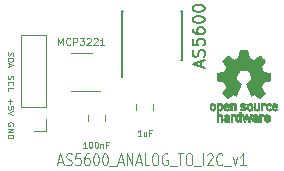
<source format=gto>
G04 #@! TF.GenerationSoftware,KiCad,Pcbnew,(5.0.0)*
G04 #@! TF.CreationDate,2019-03-01T21:50:28+00:00*
G04 #@! TF.ProjectId,AS5600_I2C_v1,4153353630305F4932435F76312E6B69,rev?*
G04 #@! TF.SameCoordinates,Original*
G04 #@! TF.FileFunction,Legend,Top*
G04 #@! TF.FilePolarity,Positive*
%FSLAX46Y46*%
G04 Gerber Fmt 4.6, Leading zero omitted, Abs format (unit mm)*
G04 Created by KiCad (PCBNEW (5.0.0)) date 03/01/19 21:50:28*
%MOMM*%
%LPD*%
G01*
G04 APERTURE LIST*
%ADD10C,0.125000*%
%ADD11C,0.010000*%
%ADD12C,0.120000*%
%ADD13C,0.150000*%
%ADD14C,0.080000*%
%ADD15C,0.100000*%
G04 APERTURE END LIST*
D10*
X150250000Y-69119047D02*
X150273809Y-69071428D01*
X150273809Y-69000000D01*
X150250000Y-68928571D01*
X150202380Y-68880952D01*
X150154761Y-68857142D01*
X150059523Y-68833333D01*
X149988095Y-68833333D01*
X149892857Y-68857142D01*
X149845238Y-68880952D01*
X149797619Y-68928571D01*
X149773809Y-69000000D01*
X149773809Y-69047619D01*
X149797619Y-69119047D01*
X149821428Y-69142857D01*
X149988095Y-69142857D01*
X149988095Y-69047619D01*
X149773809Y-69357142D02*
X150273809Y-69357142D01*
X149773809Y-69642857D01*
X150273809Y-69642857D01*
X149773809Y-69880952D02*
X150273809Y-69880952D01*
X150273809Y-70000000D01*
X150250000Y-70071428D01*
X150202380Y-70119047D01*
X150154761Y-70142857D01*
X150059523Y-70166666D01*
X149988095Y-70166666D01*
X149892857Y-70142857D01*
X149845238Y-70119047D01*
X149797619Y-70071428D01*
X149773809Y-70000000D01*
X149773809Y-69880952D01*
X149964285Y-66857142D02*
X149964285Y-67238095D01*
X149773809Y-67047619D02*
X150154761Y-67047619D01*
X150273809Y-67714285D02*
X150273809Y-67476190D01*
X150035714Y-67452380D01*
X150059523Y-67476190D01*
X150083333Y-67523809D01*
X150083333Y-67642857D01*
X150059523Y-67690476D01*
X150035714Y-67714285D01*
X149988095Y-67738095D01*
X149869047Y-67738095D01*
X149821428Y-67714285D01*
X149797619Y-67690476D01*
X149773809Y-67642857D01*
X149773809Y-67523809D01*
X149797619Y-67476190D01*
X149821428Y-67452380D01*
X150273809Y-67880952D02*
X149773809Y-68047619D01*
X150273809Y-68214285D01*
X149797619Y-64904761D02*
X149773809Y-64976190D01*
X149773809Y-65095238D01*
X149797619Y-65142857D01*
X149821428Y-65166666D01*
X149869047Y-65190476D01*
X149916666Y-65190476D01*
X149964285Y-65166666D01*
X149988095Y-65142857D01*
X150011904Y-65095238D01*
X150035714Y-65000000D01*
X150059523Y-64952380D01*
X150083333Y-64928571D01*
X150130952Y-64904761D01*
X150178571Y-64904761D01*
X150226190Y-64928571D01*
X150250000Y-64952380D01*
X150273809Y-65000000D01*
X150273809Y-65119047D01*
X150250000Y-65190476D01*
X149821428Y-65690476D02*
X149797619Y-65666666D01*
X149773809Y-65595238D01*
X149773809Y-65547619D01*
X149797619Y-65476190D01*
X149845238Y-65428571D01*
X149892857Y-65404761D01*
X149988095Y-65380952D01*
X150059523Y-65380952D01*
X150154761Y-65404761D01*
X150202380Y-65428571D01*
X150250000Y-65476190D01*
X150273809Y-65547619D01*
X150273809Y-65595238D01*
X150250000Y-65666666D01*
X150226190Y-65690476D01*
X149773809Y-66142857D02*
X149773809Y-65904761D01*
X150273809Y-65904761D01*
X149797619Y-62892857D02*
X149773809Y-62964285D01*
X149773809Y-63083333D01*
X149797619Y-63130952D01*
X149821428Y-63154761D01*
X149869047Y-63178571D01*
X149916666Y-63178571D01*
X149964285Y-63154761D01*
X149988095Y-63130952D01*
X150011904Y-63083333D01*
X150035714Y-62988095D01*
X150059523Y-62940476D01*
X150083333Y-62916666D01*
X150130952Y-62892857D01*
X150178571Y-62892857D01*
X150226190Y-62916666D01*
X150250000Y-62940476D01*
X150273809Y-62988095D01*
X150273809Y-63107142D01*
X150250000Y-63178571D01*
X149773809Y-63392857D02*
X150273809Y-63392857D01*
X150273809Y-63511904D01*
X150250000Y-63583333D01*
X150202380Y-63630952D01*
X150154761Y-63654761D01*
X150059523Y-63678571D01*
X149988095Y-63678571D01*
X149892857Y-63654761D01*
X149845238Y-63630952D01*
X149797619Y-63583333D01*
X149773809Y-63511904D01*
X149773809Y-63392857D01*
X149916666Y-63869047D02*
X149916666Y-64107142D01*
X149773809Y-63821428D02*
X150273809Y-63988095D01*
X149773809Y-64154761D01*
D11*
G04 #@! TO.C,REF\002A\002A*
G36*
X170126964Y-63040018D02*
X170183812Y-63341570D01*
X170603338Y-63514512D01*
X170854984Y-63343395D01*
X170925458Y-63295750D01*
X170989163Y-63253210D01*
X171043126Y-63217715D01*
X171084373Y-63191210D01*
X171109934Y-63175636D01*
X171116895Y-63172278D01*
X171129435Y-63180914D01*
X171156231Y-63204792D01*
X171194280Y-63240859D01*
X171240579Y-63286067D01*
X171292123Y-63337364D01*
X171345909Y-63391701D01*
X171398935Y-63446028D01*
X171448195Y-63497295D01*
X171490687Y-63542451D01*
X171523407Y-63578446D01*
X171543351Y-63602230D01*
X171548119Y-63610190D01*
X171541257Y-63624865D01*
X171522020Y-63657014D01*
X171492430Y-63703492D01*
X171454510Y-63761156D01*
X171410282Y-63826860D01*
X171384654Y-63864336D01*
X171337941Y-63932768D01*
X171296432Y-63994520D01*
X171262140Y-64046519D01*
X171237080Y-64085692D01*
X171223264Y-64108965D01*
X171221188Y-64113855D01*
X171225895Y-64127755D01*
X171238723Y-64160150D01*
X171257738Y-64206485D01*
X171281003Y-64262206D01*
X171306584Y-64322758D01*
X171332545Y-64383586D01*
X171356950Y-64440136D01*
X171377863Y-64487852D01*
X171393349Y-64522181D01*
X171401472Y-64538568D01*
X171401952Y-64539212D01*
X171414707Y-64542341D01*
X171448677Y-64549321D01*
X171500340Y-64559467D01*
X171566176Y-64572092D01*
X171642664Y-64586509D01*
X171687290Y-64594823D01*
X171769021Y-64610384D01*
X171842843Y-64625192D01*
X171905021Y-64638436D01*
X171951822Y-64649305D01*
X171979509Y-64656989D01*
X171985074Y-64659427D01*
X171990526Y-64675930D01*
X171994924Y-64713200D01*
X171998272Y-64766880D01*
X172000574Y-64832612D01*
X172001832Y-64906037D01*
X172002048Y-64982796D01*
X172001227Y-65058532D01*
X171999371Y-65128886D01*
X171996482Y-65189500D01*
X171992565Y-65236016D01*
X171987622Y-65264075D01*
X171984657Y-65269916D01*
X171966934Y-65276917D01*
X171929381Y-65286927D01*
X171876964Y-65298769D01*
X171814652Y-65311267D01*
X171792900Y-65315310D01*
X171688024Y-65334520D01*
X171605180Y-65349991D01*
X171541630Y-65362337D01*
X171494637Y-65372173D01*
X171461463Y-65380114D01*
X171439371Y-65386776D01*
X171425624Y-65392773D01*
X171417484Y-65398719D01*
X171416345Y-65399894D01*
X171404977Y-65418826D01*
X171387635Y-65455669D01*
X171366050Y-65505913D01*
X171341954Y-65565046D01*
X171317079Y-65628556D01*
X171293157Y-65691932D01*
X171271919Y-65750662D01*
X171255097Y-65800235D01*
X171244422Y-65836139D01*
X171241627Y-65853862D01*
X171241860Y-65854483D01*
X171251331Y-65868970D01*
X171272818Y-65900844D01*
X171304063Y-65946789D01*
X171342807Y-66003485D01*
X171386793Y-66067617D01*
X171399319Y-66085842D01*
X171443984Y-66151914D01*
X171483288Y-66212200D01*
X171515088Y-66263235D01*
X171537245Y-66301560D01*
X171547617Y-66323711D01*
X171548119Y-66326432D01*
X171539405Y-66340736D01*
X171515325Y-66369072D01*
X171478976Y-66408396D01*
X171433453Y-66455661D01*
X171381852Y-66507823D01*
X171327267Y-66561835D01*
X171272794Y-66614653D01*
X171221529Y-66663231D01*
X171176567Y-66704523D01*
X171141004Y-66735485D01*
X171117935Y-66753070D01*
X171111554Y-66755941D01*
X171096699Y-66749178D01*
X171066286Y-66730939D01*
X171025268Y-66704297D01*
X170993709Y-66682852D01*
X170936525Y-66643503D01*
X170868806Y-66597171D01*
X170800880Y-66550913D01*
X170764361Y-66526155D01*
X170640752Y-66442547D01*
X170536991Y-66498650D01*
X170489720Y-66523228D01*
X170449523Y-66542331D01*
X170422326Y-66553227D01*
X170415402Y-66554743D01*
X170407077Y-66543549D01*
X170390654Y-66511917D01*
X170367357Y-66462765D01*
X170338414Y-66399010D01*
X170305050Y-66323571D01*
X170268491Y-66239364D01*
X170229964Y-66149308D01*
X170190694Y-66056321D01*
X170151908Y-65963320D01*
X170114830Y-65873223D01*
X170080689Y-65788948D01*
X170050708Y-65713413D01*
X170026116Y-65649534D01*
X170008136Y-65600231D01*
X169997997Y-65568421D01*
X169996366Y-65557496D01*
X170009291Y-65543561D01*
X170037589Y-65520940D01*
X170075346Y-65494333D01*
X170078515Y-65492228D01*
X170176100Y-65414114D01*
X170254786Y-65322982D01*
X170313891Y-65221745D01*
X170352732Y-65113318D01*
X170370628Y-65000614D01*
X170366897Y-64886548D01*
X170340857Y-64774034D01*
X170291825Y-64665985D01*
X170277400Y-64642345D01*
X170202369Y-64546887D01*
X170113730Y-64470232D01*
X170014549Y-64412780D01*
X169907895Y-64374929D01*
X169796836Y-64357078D01*
X169684439Y-64359625D01*
X169573773Y-64382970D01*
X169467906Y-64427510D01*
X169369905Y-64493645D01*
X169339590Y-64520487D01*
X169262438Y-64604512D01*
X169206218Y-64692966D01*
X169167653Y-64792115D01*
X169146174Y-64890303D01*
X169140872Y-65000697D01*
X169158552Y-65111640D01*
X169197419Y-65219381D01*
X169255677Y-65320169D01*
X169331531Y-65410256D01*
X169423183Y-65485892D01*
X169435228Y-65493864D01*
X169473389Y-65519974D01*
X169502399Y-65542595D01*
X169516268Y-65557039D01*
X169516469Y-65557496D01*
X169513492Y-65573121D01*
X169501689Y-65608582D01*
X169482286Y-65660962D01*
X169456512Y-65727345D01*
X169425591Y-65804814D01*
X169390751Y-65890450D01*
X169353217Y-65981337D01*
X169314217Y-66074559D01*
X169274977Y-66167197D01*
X169236724Y-66256335D01*
X169200683Y-66339055D01*
X169168083Y-66412441D01*
X169140148Y-66473575D01*
X169118105Y-66519541D01*
X169103182Y-66547421D01*
X169097172Y-66554743D01*
X169078809Y-66549041D01*
X169044448Y-66533749D01*
X169000016Y-66511599D01*
X168975583Y-66498650D01*
X168871822Y-66442547D01*
X168748213Y-66526155D01*
X168685114Y-66568987D01*
X168616030Y-66616122D01*
X168551293Y-66660503D01*
X168518866Y-66682852D01*
X168473259Y-66713477D01*
X168434640Y-66737747D01*
X168408048Y-66752587D01*
X168399410Y-66755724D01*
X168386839Y-66747261D01*
X168359016Y-66723636D01*
X168318639Y-66687302D01*
X168268405Y-66640711D01*
X168211012Y-66586317D01*
X168174714Y-66551392D01*
X168111210Y-66488996D01*
X168056327Y-66433188D01*
X168012286Y-66386354D01*
X167981305Y-66350882D01*
X167965602Y-66329161D01*
X167964095Y-66324752D01*
X167971086Y-66307985D01*
X167990406Y-66274082D01*
X168019909Y-66226476D01*
X168057455Y-66168599D01*
X168100900Y-66103884D01*
X168113255Y-66085842D01*
X168158273Y-66020267D01*
X168198660Y-65961228D01*
X168232160Y-65912042D01*
X168256514Y-65876028D01*
X168269464Y-65856502D01*
X168270715Y-65854483D01*
X168268844Y-65838922D01*
X168258913Y-65804709D01*
X168242653Y-65756355D01*
X168221795Y-65698371D01*
X168198073Y-65635270D01*
X168173216Y-65571563D01*
X168148958Y-65511761D01*
X168127029Y-65460376D01*
X168109162Y-65421919D01*
X168097087Y-65400902D01*
X168096229Y-65399894D01*
X168088846Y-65393888D01*
X168076375Y-65387948D01*
X168056080Y-65381460D01*
X168025222Y-65373809D01*
X167981066Y-65364380D01*
X167920874Y-65352559D01*
X167841907Y-65337729D01*
X167741430Y-65319277D01*
X167719675Y-65315310D01*
X167655198Y-65302853D01*
X167598989Y-65290666D01*
X167556013Y-65279926D01*
X167531240Y-65271809D01*
X167527918Y-65269916D01*
X167522444Y-65253138D01*
X167517994Y-65215645D01*
X167514572Y-65161794D01*
X167512181Y-65095944D01*
X167510823Y-65022453D01*
X167510501Y-64945680D01*
X167511219Y-64869983D01*
X167512979Y-64799720D01*
X167515784Y-64739250D01*
X167519638Y-64692930D01*
X167524543Y-64665119D01*
X167527500Y-64659427D01*
X167543963Y-64653686D01*
X167581449Y-64644345D01*
X167636225Y-64632215D01*
X167704555Y-64618107D01*
X167782706Y-64602830D01*
X167825284Y-64594823D01*
X167906071Y-64579721D01*
X167978113Y-64566040D01*
X168037889Y-64554467D01*
X168081879Y-64545687D01*
X168106561Y-64540387D01*
X168110623Y-64539212D01*
X168117489Y-64525965D01*
X168132002Y-64494057D01*
X168152229Y-64448047D01*
X168176234Y-64392492D01*
X168202082Y-64331953D01*
X168227840Y-64270986D01*
X168251573Y-64214151D01*
X168271346Y-64166006D01*
X168285224Y-64131110D01*
X168291274Y-64114021D01*
X168291386Y-64113274D01*
X168284528Y-64099793D01*
X168265302Y-64068770D01*
X168235728Y-64023289D01*
X168197827Y-63966432D01*
X168153620Y-63901283D01*
X168127921Y-63863862D01*
X168081093Y-63795247D01*
X168039501Y-63732952D01*
X168005175Y-63680129D01*
X167980143Y-63639927D01*
X167966435Y-63615500D01*
X167964456Y-63610024D01*
X167972966Y-63597278D01*
X167996493Y-63570063D01*
X168032032Y-63531428D01*
X168076577Y-63484423D01*
X168127123Y-63432095D01*
X168180664Y-63377495D01*
X168234195Y-63323670D01*
X168284711Y-63273670D01*
X168329206Y-63230543D01*
X168364675Y-63197339D01*
X168388113Y-63177106D01*
X168395954Y-63172278D01*
X168408720Y-63179067D01*
X168439256Y-63198142D01*
X168484590Y-63227561D01*
X168541756Y-63265381D01*
X168607784Y-63309661D01*
X168657590Y-63343395D01*
X168909236Y-63514512D01*
X169118999Y-63428041D01*
X169328763Y-63341570D01*
X169385611Y-63040018D01*
X169442460Y-62738466D01*
X170070115Y-62738466D01*
X170126964Y-63040018D01*
X170126964Y-63040018D01*
G37*
X170126964Y-63040018D02*
X170183812Y-63341570D01*
X170603338Y-63514512D01*
X170854984Y-63343395D01*
X170925458Y-63295750D01*
X170989163Y-63253210D01*
X171043126Y-63217715D01*
X171084373Y-63191210D01*
X171109934Y-63175636D01*
X171116895Y-63172278D01*
X171129435Y-63180914D01*
X171156231Y-63204792D01*
X171194280Y-63240859D01*
X171240579Y-63286067D01*
X171292123Y-63337364D01*
X171345909Y-63391701D01*
X171398935Y-63446028D01*
X171448195Y-63497295D01*
X171490687Y-63542451D01*
X171523407Y-63578446D01*
X171543351Y-63602230D01*
X171548119Y-63610190D01*
X171541257Y-63624865D01*
X171522020Y-63657014D01*
X171492430Y-63703492D01*
X171454510Y-63761156D01*
X171410282Y-63826860D01*
X171384654Y-63864336D01*
X171337941Y-63932768D01*
X171296432Y-63994520D01*
X171262140Y-64046519D01*
X171237080Y-64085692D01*
X171223264Y-64108965D01*
X171221188Y-64113855D01*
X171225895Y-64127755D01*
X171238723Y-64160150D01*
X171257738Y-64206485D01*
X171281003Y-64262206D01*
X171306584Y-64322758D01*
X171332545Y-64383586D01*
X171356950Y-64440136D01*
X171377863Y-64487852D01*
X171393349Y-64522181D01*
X171401472Y-64538568D01*
X171401952Y-64539212D01*
X171414707Y-64542341D01*
X171448677Y-64549321D01*
X171500340Y-64559467D01*
X171566176Y-64572092D01*
X171642664Y-64586509D01*
X171687290Y-64594823D01*
X171769021Y-64610384D01*
X171842843Y-64625192D01*
X171905021Y-64638436D01*
X171951822Y-64649305D01*
X171979509Y-64656989D01*
X171985074Y-64659427D01*
X171990526Y-64675930D01*
X171994924Y-64713200D01*
X171998272Y-64766880D01*
X172000574Y-64832612D01*
X172001832Y-64906037D01*
X172002048Y-64982796D01*
X172001227Y-65058532D01*
X171999371Y-65128886D01*
X171996482Y-65189500D01*
X171992565Y-65236016D01*
X171987622Y-65264075D01*
X171984657Y-65269916D01*
X171966934Y-65276917D01*
X171929381Y-65286927D01*
X171876964Y-65298769D01*
X171814652Y-65311267D01*
X171792900Y-65315310D01*
X171688024Y-65334520D01*
X171605180Y-65349991D01*
X171541630Y-65362337D01*
X171494637Y-65372173D01*
X171461463Y-65380114D01*
X171439371Y-65386776D01*
X171425624Y-65392773D01*
X171417484Y-65398719D01*
X171416345Y-65399894D01*
X171404977Y-65418826D01*
X171387635Y-65455669D01*
X171366050Y-65505913D01*
X171341954Y-65565046D01*
X171317079Y-65628556D01*
X171293157Y-65691932D01*
X171271919Y-65750662D01*
X171255097Y-65800235D01*
X171244422Y-65836139D01*
X171241627Y-65853862D01*
X171241860Y-65854483D01*
X171251331Y-65868970D01*
X171272818Y-65900844D01*
X171304063Y-65946789D01*
X171342807Y-66003485D01*
X171386793Y-66067617D01*
X171399319Y-66085842D01*
X171443984Y-66151914D01*
X171483288Y-66212200D01*
X171515088Y-66263235D01*
X171537245Y-66301560D01*
X171547617Y-66323711D01*
X171548119Y-66326432D01*
X171539405Y-66340736D01*
X171515325Y-66369072D01*
X171478976Y-66408396D01*
X171433453Y-66455661D01*
X171381852Y-66507823D01*
X171327267Y-66561835D01*
X171272794Y-66614653D01*
X171221529Y-66663231D01*
X171176567Y-66704523D01*
X171141004Y-66735485D01*
X171117935Y-66753070D01*
X171111554Y-66755941D01*
X171096699Y-66749178D01*
X171066286Y-66730939D01*
X171025268Y-66704297D01*
X170993709Y-66682852D01*
X170936525Y-66643503D01*
X170868806Y-66597171D01*
X170800880Y-66550913D01*
X170764361Y-66526155D01*
X170640752Y-66442547D01*
X170536991Y-66498650D01*
X170489720Y-66523228D01*
X170449523Y-66542331D01*
X170422326Y-66553227D01*
X170415402Y-66554743D01*
X170407077Y-66543549D01*
X170390654Y-66511917D01*
X170367357Y-66462765D01*
X170338414Y-66399010D01*
X170305050Y-66323571D01*
X170268491Y-66239364D01*
X170229964Y-66149308D01*
X170190694Y-66056321D01*
X170151908Y-65963320D01*
X170114830Y-65873223D01*
X170080689Y-65788948D01*
X170050708Y-65713413D01*
X170026116Y-65649534D01*
X170008136Y-65600231D01*
X169997997Y-65568421D01*
X169996366Y-65557496D01*
X170009291Y-65543561D01*
X170037589Y-65520940D01*
X170075346Y-65494333D01*
X170078515Y-65492228D01*
X170176100Y-65414114D01*
X170254786Y-65322982D01*
X170313891Y-65221745D01*
X170352732Y-65113318D01*
X170370628Y-65000614D01*
X170366897Y-64886548D01*
X170340857Y-64774034D01*
X170291825Y-64665985D01*
X170277400Y-64642345D01*
X170202369Y-64546887D01*
X170113730Y-64470232D01*
X170014549Y-64412780D01*
X169907895Y-64374929D01*
X169796836Y-64357078D01*
X169684439Y-64359625D01*
X169573773Y-64382970D01*
X169467906Y-64427510D01*
X169369905Y-64493645D01*
X169339590Y-64520487D01*
X169262438Y-64604512D01*
X169206218Y-64692966D01*
X169167653Y-64792115D01*
X169146174Y-64890303D01*
X169140872Y-65000697D01*
X169158552Y-65111640D01*
X169197419Y-65219381D01*
X169255677Y-65320169D01*
X169331531Y-65410256D01*
X169423183Y-65485892D01*
X169435228Y-65493864D01*
X169473389Y-65519974D01*
X169502399Y-65542595D01*
X169516268Y-65557039D01*
X169516469Y-65557496D01*
X169513492Y-65573121D01*
X169501689Y-65608582D01*
X169482286Y-65660962D01*
X169456512Y-65727345D01*
X169425591Y-65804814D01*
X169390751Y-65890450D01*
X169353217Y-65981337D01*
X169314217Y-66074559D01*
X169274977Y-66167197D01*
X169236724Y-66256335D01*
X169200683Y-66339055D01*
X169168083Y-66412441D01*
X169140148Y-66473575D01*
X169118105Y-66519541D01*
X169103182Y-66547421D01*
X169097172Y-66554743D01*
X169078809Y-66549041D01*
X169044448Y-66533749D01*
X169000016Y-66511599D01*
X168975583Y-66498650D01*
X168871822Y-66442547D01*
X168748213Y-66526155D01*
X168685114Y-66568987D01*
X168616030Y-66616122D01*
X168551293Y-66660503D01*
X168518866Y-66682852D01*
X168473259Y-66713477D01*
X168434640Y-66737747D01*
X168408048Y-66752587D01*
X168399410Y-66755724D01*
X168386839Y-66747261D01*
X168359016Y-66723636D01*
X168318639Y-66687302D01*
X168268405Y-66640711D01*
X168211012Y-66586317D01*
X168174714Y-66551392D01*
X168111210Y-66488996D01*
X168056327Y-66433188D01*
X168012286Y-66386354D01*
X167981305Y-66350882D01*
X167965602Y-66329161D01*
X167964095Y-66324752D01*
X167971086Y-66307985D01*
X167990406Y-66274082D01*
X168019909Y-66226476D01*
X168057455Y-66168599D01*
X168100900Y-66103884D01*
X168113255Y-66085842D01*
X168158273Y-66020267D01*
X168198660Y-65961228D01*
X168232160Y-65912042D01*
X168256514Y-65876028D01*
X168269464Y-65856502D01*
X168270715Y-65854483D01*
X168268844Y-65838922D01*
X168258913Y-65804709D01*
X168242653Y-65756355D01*
X168221795Y-65698371D01*
X168198073Y-65635270D01*
X168173216Y-65571563D01*
X168148958Y-65511761D01*
X168127029Y-65460376D01*
X168109162Y-65421919D01*
X168097087Y-65400902D01*
X168096229Y-65399894D01*
X168088846Y-65393888D01*
X168076375Y-65387948D01*
X168056080Y-65381460D01*
X168025222Y-65373809D01*
X167981066Y-65364380D01*
X167920874Y-65352559D01*
X167841907Y-65337729D01*
X167741430Y-65319277D01*
X167719675Y-65315310D01*
X167655198Y-65302853D01*
X167598989Y-65290666D01*
X167556013Y-65279926D01*
X167531240Y-65271809D01*
X167527918Y-65269916D01*
X167522444Y-65253138D01*
X167517994Y-65215645D01*
X167514572Y-65161794D01*
X167512181Y-65095944D01*
X167510823Y-65022453D01*
X167510501Y-64945680D01*
X167511219Y-64869983D01*
X167512979Y-64799720D01*
X167515784Y-64739250D01*
X167519638Y-64692930D01*
X167524543Y-64665119D01*
X167527500Y-64659427D01*
X167543963Y-64653686D01*
X167581449Y-64644345D01*
X167636225Y-64632215D01*
X167704555Y-64618107D01*
X167782706Y-64602830D01*
X167825284Y-64594823D01*
X167906071Y-64579721D01*
X167978113Y-64566040D01*
X168037889Y-64554467D01*
X168081879Y-64545687D01*
X168106561Y-64540387D01*
X168110623Y-64539212D01*
X168117489Y-64525965D01*
X168132002Y-64494057D01*
X168152229Y-64448047D01*
X168176234Y-64392492D01*
X168202082Y-64331953D01*
X168227840Y-64270986D01*
X168251573Y-64214151D01*
X168271346Y-64166006D01*
X168285224Y-64131110D01*
X168291274Y-64114021D01*
X168291386Y-64113274D01*
X168284528Y-64099793D01*
X168265302Y-64068770D01*
X168235728Y-64023289D01*
X168197827Y-63966432D01*
X168153620Y-63901283D01*
X168127921Y-63863862D01*
X168081093Y-63795247D01*
X168039501Y-63732952D01*
X168005175Y-63680129D01*
X167980143Y-63639927D01*
X167966435Y-63615500D01*
X167964456Y-63610024D01*
X167972966Y-63597278D01*
X167996493Y-63570063D01*
X168032032Y-63531428D01*
X168076577Y-63484423D01*
X168127123Y-63432095D01*
X168180664Y-63377495D01*
X168234195Y-63323670D01*
X168284711Y-63273670D01*
X168329206Y-63230543D01*
X168364675Y-63197339D01*
X168388113Y-63177106D01*
X168395954Y-63172278D01*
X168408720Y-63179067D01*
X168439256Y-63198142D01*
X168484590Y-63227561D01*
X168541756Y-63265381D01*
X168607784Y-63309661D01*
X168657590Y-63343395D01*
X168909236Y-63514512D01*
X169118999Y-63428041D01*
X169328763Y-63341570D01*
X169385611Y-63040018D01*
X169442460Y-62738466D01*
X170070115Y-62738466D01*
X170126964Y-63040018D01*
G36*
X171549460Y-67208030D02*
X171592711Y-67221245D01*
X171620558Y-67237941D01*
X171629629Y-67251145D01*
X171627132Y-67266797D01*
X171610931Y-67291385D01*
X171597232Y-67308800D01*
X171568992Y-67340283D01*
X171547775Y-67353529D01*
X171529688Y-67352664D01*
X171476035Y-67339010D01*
X171436630Y-67339630D01*
X171404632Y-67355104D01*
X171393890Y-67364161D01*
X171359505Y-67396027D01*
X171359505Y-67812179D01*
X171221188Y-67812179D01*
X171221188Y-67208614D01*
X171290347Y-67208614D01*
X171331869Y-67210256D01*
X171353291Y-67216087D01*
X171359502Y-67227461D01*
X171359505Y-67227798D01*
X171362439Y-67239713D01*
X171375704Y-67238159D01*
X171394084Y-67229563D01*
X171432046Y-67213568D01*
X171462872Y-67203945D01*
X171502536Y-67201478D01*
X171549460Y-67208030D01*
X171549460Y-67208030D01*
G37*
X171549460Y-67208030D02*
X171592711Y-67221245D01*
X171620558Y-67237941D01*
X171629629Y-67251145D01*
X171627132Y-67266797D01*
X171610931Y-67291385D01*
X171597232Y-67308800D01*
X171568992Y-67340283D01*
X171547775Y-67353529D01*
X171529688Y-67352664D01*
X171476035Y-67339010D01*
X171436630Y-67339630D01*
X171404632Y-67355104D01*
X171393890Y-67364161D01*
X171359505Y-67396027D01*
X171359505Y-67812179D01*
X171221188Y-67812179D01*
X171221188Y-67208614D01*
X171290347Y-67208614D01*
X171331869Y-67210256D01*
X171353291Y-67216087D01*
X171359502Y-67227461D01*
X171359505Y-67227798D01*
X171362439Y-67239713D01*
X171375704Y-67238159D01*
X171394084Y-67229563D01*
X171432046Y-67213568D01*
X171462872Y-67203945D01*
X171502536Y-67201478D01*
X171549460Y-67208030D01*
G36*
X168995988Y-67219002D02*
X169027283Y-67233950D01*
X169057591Y-67255541D01*
X169080682Y-67280391D01*
X169097500Y-67312087D01*
X169108994Y-67354214D01*
X169116109Y-67410358D01*
X169119793Y-67484106D01*
X169120992Y-67579044D01*
X169121011Y-67588985D01*
X169121287Y-67812179D01*
X168982970Y-67812179D01*
X168982970Y-67606418D01*
X168982872Y-67530189D01*
X168982191Y-67474939D01*
X168980349Y-67436501D01*
X168976767Y-67410706D01*
X168970868Y-67393384D01*
X168962073Y-67380368D01*
X168949820Y-67367507D01*
X168906953Y-67339873D01*
X168860157Y-67334745D01*
X168815576Y-67352217D01*
X168800072Y-67365221D01*
X168788690Y-67377447D01*
X168780519Y-67390540D01*
X168775026Y-67408615D01*
X168771680Y-67435787D01*
X168769949Y-67476170D01*
X168769303Y-67533879D01*
X168769208Y-67604132D01*
X168769208Y-67812179D01*
X168630891Y-67812179D01*
X168630891Y-67208614D01*
X168700050Y-67208614D01*
X168741572Y-67210256D01*
X168762994Y-67216087D01*
X168769205Y-67227461D01*
X168769208Y-67227798D01*
X168772090Y-67238938D01*
X168784801Y-67237674D01*
X168810074Y-67225434D01*
X168867395Y-67207424D01*
X168932963Y-67205421D01*
X168995988Y-67219002D01*
X168995988Y-67219002D01*
G37*
X168995988Y-67219002D02*
X169027283Y-67233950D01*
X169057591Y-67255541D01*
X169080682Y-67280391D01*
X169097500Y-67312087D01*
X169108994Y-67354214D01*
X169116109Y-67410358D01*
X169119793Y-67484106D01*
X169120992Y-67579044D01*
X169121011Y-67588985D01*
X169121287Y-67812179D01*
X168982970Y-67812179D01*
X168982970Y-67606418D01*
X168982872Y-67530189D01*
X168982191Y-67474939D01*
X168980349Y-67436501D01*
X168976767Y-67410706D01*
X168970868Y-67393384D01*
X168962073Y-67380368D01*
X168949820Y-67367507D01*
X168906953Y-67339873D01*
X168860157Y-67334745D01*
X168815576Y-67352217D01*
X168800072Y-67365221D01*
X168788690Y-67377447D01*
X168780519Y-67390540D01*
X168775026Y-67408615D01*
X168771680Y-67435787D01*
X168769949Y-67476170D01*
X168769303Y-67533879D01*
X168769208Y-67604132D01*
X168769208Y-67812179D01*
X168630891Y-67812179D01*
X168630891Y-67208614D01*
X168700050Y-67208614D01*
X168741572Y-67210256D01*
X168762994Y-67216087D01*
X168769205Y-67227461D01*
X168769208Y-67227798D01*
X168772090Y-67238938D01*
X168784801Y-67237674D01*
X168810074Y-67225434D01*
X168867395Y-67207424D01*
X168932963Y-67205421D01*
X168995988Y-67219002D01*
G36*
X172427898Y-67206457D02*
X172460096Y-67214279D01*
X172521825Y-67242921D01*
X172574610Y-67286667D01*
X172611141Y-67339117D01*
X172616160Y-67350893D01*
X172623045Y-67381740D01*
X172627864Y-67427371D01*
X172629505Y-67473492D01*
X172629505Y-67560693D01*
X172447178Y-67560693D01*
X172371979Y-67560978D01*
X172319003Y-67562704D01*
X172285325Y-67567181D01*
X172268020Y-67575720D01*
X172264163Y-67589630D01*
X172270829Y-67610222D01*
X172282770Y-67634315D01*
X172316080Y-67674525D01*
X172362368Y-67694558D01*
X172418944Y-67693905D01*
X172483031Y-67672101D01*
X172538417Y-67645193D01*
X172584375Y-67681532D01*
X172630333Y-67717872D01*
X172587096Y-67757819D01*
X172529374Y-67795563D01*
X172458386Y-67818320D01*
X172382029Y-67824688D01*
X172308199Y-67813268D01*
X172296287Y-67809393D01*
X172231399Y-67775506D01*
X172183130Y-67724986D01*
X172150465Y-67656325D01*
X172132385Y-67568014D01*
X172132175Y-67566121D01*
X172130556Y-67469878D01*
X172137100Y-67435542D01*
X172264852Y-67435542D01*
X172276584Y-67440822D01*
X172308438Y-67444867D01*
X172355397Y-67447176D01*
X172385154Y-67447525D01*
X172440648Y-67447306D01*
X172475346Y-67445916D01*
X172493601Y-67442251D01*
X172499766Y-67435210D01*
X172498195Y-67423690D01*
X172496878Y-67419233D01*
X172474382Y-67377355D01*
X172439003Y-67343604D01*
X172407780Y-67328773D01*
X172366301Y-67329668D01*
X172324269Y-67348164D01*
X172289012Y-67378786D01*
X172267854Y-67416062D01*
X172264852Y-67435542D01*
X172137100Y-67435542D01*
X172146690Y-67385229D01*
X172178698Y-67314191D01*
X172224701Y-67258779D01*
X172282821Y-67221009D01*
X172351180Y-67202896D01*
X172427898Y-67206457D01*
X172427898Y-67206457D01*
G37*
X172427898Y-67206457D02*
X172460096Y-67214279D01*
X172521825Y-67242921D01*
X172574610Y-67286667D01*
X172611141Y-67339117D01*
X172616160Y-67350893D01*
X172623045Y-67381740D01*
X172627864Y-67427371D01*
X172629505Y-67473492D01*
X172629505Y-67560693D01*
X172447178Y-67560693D01*
X172371979Y-67560978D01*
X172319003Y-67562704D01*
X172285325Y-67567181D01*
X172268020Y-67575720D01*
X172264163Y-67589630D01*
X172270829Y-67610222D01*
X172282770Y-67634315D01*
X172316080Y-67674525D01*
X172362368Y-67694558D01*
X172418944Y-67693905D01*
X172483031Y-67672101D01*
X172538417Y-67645193D01*
X172584375Y-67681532D01*
X172630333Y-67717872D01*
X172587096Y-67757819D01*
X172529374Y-67795563D01*
X172458386Y-67818320D01*
X172382029Y-67824688D01*
X172308199Y-67813268D01*
X172296287Y-67809393D01*
X172231399Y-67775506D01*
X172183130Y-67724986D01*
X172150465Y-67656325D01*
X172132385Y-67568014D01*
X172132175Y-67566121D01*
X172130556Y-67469878D01*
X172137100Y-67435542D01*
X172264852Y-67435542D01*
X172276584Y-67440822D01*
X172308438Y-67444867D01*
X172355397Y-67447176D01*
X172385154Y-67447525D01*
X172440648Y-67447306D01*
X172475346Y-67445916D01*
X172493601Y-67442251D01*
X172499766Y-67435210D01*
X172498195Y-67423690D01*
X172496878Y-67419233D01*
X172474382Y-67377355D01*
X172439003Y-67343604D01*
X172407780Y-67328773D01*
X172366301Y-67329668D01*
X172324269Y-67348164D01*
X172289012Y-67378786D01*
X172267854Y-67416062D01*
X172264852Y-67435542D01*
X172137100Y-67435542D01*
X172146690Y-67385229D01*
X172178698Y-67314191D01*
X172224701Y-67258779D01*
X172282821Y-67221009D01*
X172351180Y-67202896D01*
X172427898Y-67206457D01*
G36*
X171967226Y-67213880D02*
X172040080Y-67244830D01*
X172063027Y-67259895D01*
X172092354Y-67283048D01*
X172110764Y-67301253D01*
X172113961Y-67307183D01*
X172104935Y-67320340D01*
X172081837Y-67342667D01*
X172063344Y-67358250D01*
X172012728Y-67398926D01*
X171972760Y-67365295D01*
X171941874Y-67343584D01*
X171911759Y-67336090D01*
X171877292Y-67337920D01*
X171822561Y-67351528D01*
X171784886Y-67379772D01*
X171761991Y-67425433D01*
X171751597Y-67491289D01*
X171751595Y-67491331D01*
X171752494Y-67564939D01*
X171766463Y-67618946D01*
X171794328Y-67655716D01*
X171813325Y-67668168D01*
X171863776Y-67683673D01*
X171917663Y-67683683D01*
X171964546Y-67668638D01*
X171975644Y-67661287D01*
X172003476Y-67642511D01*
X172025236Y-67639434D01*
X172048704Y-67653409D01*
X172074649Y-67678510D01*
X172115716Y-67720880D01*
X172070121Y-67758464D01*
X171999674Y-67800882D01*
X171920233Y-67821785D01*
X171837215Y-67820272D01*
X171782694Y-67806411D01*
X171718970Y-67772135D01*
X171668005Y-67718212D01*
X171644851Y-67680149D01*
X171626099Y-67625536D01*
X171616715Y-67556369D01*
X171616643Y-67481407D01*
X171625824Y-67409409D01*
X171644199Y-67349137D01*
X171647093Y-67342958D01*
X171689952Y-67282351D01*
X171747979Y-67238224D01*
X171816591Y-67211493D01*
X171891201Y-67203073D01*
X171967226Y-67213880D01*
X171967226Y-67213880D01*
G37*
X171967226Y-67213880D02*
X172040080Y-67244830D01*
X172063027Y-67259895D01*
X172092354Y-67283048D01*
X172110764Y-67301253D01*
X172113961Y-67307183D01*
X172104935Y-67320340D01*
X172081837Y-67342667D01*
X172063344Y-67358250D01*
X172012728Y-67398926D01*
X171972760Y-67365295D01*
X171941874Y-67343584D01*
X171911759Y-67336090D01*
X171877292Y-67337920D01*
X171822561Y-67351528D01*
X171784886Y-67379772D01*
X171761991Y-67425433D01*
X171751597Y-67491289D01*
X171751595Y-67491331D01*
X171752494Y-67564939D01*
X171766463Y-67618946D01*
X171794328Y-67655716D01*
X171813325Y-67668168D01*
X171863776Y-67683673D01*
X171917663Y-67683683D01*
X171964546Y-67668638D01*
X171975644Y-67661287D01*
X172003476Y-67642511D01*
X172025236Y-67639434D01*
X172048704Y-67653409D01*
X172074649Y-67678510D01*
X172115716Y-67720880D01*
X172070121Y-67758464D01*
X171999674Y-67800882D01*
X171920233Y-67821785D01*
X171837215Y-67820272D01*
X171782694Y-67806411D01*
X171718970Y-67772135D01*
X171668005Y-67718212D01*
X171644851Y-67680149D01*
X171626099Y-67625536D01*
X171616715Y-67556369D01*
X171616643Y-67481407D01*
X171625824Y-67409409D01*
X171644199Y-67349137D01*
X171647093Y-67342958D01*
X171689952Y-67282351D01*
X171747979Y-67238224D01*
X171816591Y-67211493D01*
X171891201Y-67203073D01*
X171967226Y-67213880D01*
G36*
X170743367Y-67404342D02*
X170744555Y-67496563D01*
X170748897Y-67566610D01*
X170757558Y-67617381D01*
X170771704Y-67651772D01*
X170792500Y-67672679D01*
X170821110Y-67683000D01*
X170856535Y-67685636D01*
X170893636Y-67682682D01*
X170921818Y-67671889D01*
X170942243Y-67650360D01*
X170956079Y-67615199D01*
X170964491Y-67563510D01*
X170968643Y-67492394D01*
X170969703Y-67404342D01*
X170969703Y-67208614D01*
X171108020Y-67208614D01*
X171108020Y-67812179D01*
X171038862Y-67812179D01*
X170997170Y-67810489D01*
X170975701Y-67804556D01*
X170969703Y-67793293D01*
X170966091Y-67783261D01*
X170951714Y-67785383D01*
X170922736Y-67799580D01*
X170856319Y-67821480D01*
X170785875Y-67819928D01*
X170718377Y-67796147D01*
X170686233Y-67777362D01*
X170661715Y-67757022D01*
X170643804Y-67731573D01*
X170631479Y-67697458D01*
X170623723Y-67651121D01*
X170619516Y-67589007D01*
X170617840Y-67507561D01*
X170617624Y-67444578D01*
X170617624Y-67208614D01*
X170743367Y-67208614D01*
X170743367Y-67404342D01*
X170743367Y-67404342D01*
G37*
X170743367Y-67404342D02*
X170744555Y-67496563D01*
X170748897Y-67566610D01*
X170757558Y-67617381D01*
X170771704Y-67651772D01*
X170792500Y-67672679D01*
X170821110Y-67683000D01*
X170856535Y-67685636D01*
X170893636Y-67682682D01*
X170921818Y-67671889D01*
X170942243Y-67650360D01*
X170956079Y-67615199D01*
X170964491Y-67563510D01*
X170968643Y-67492394D01*
X170969703Y-67404342D01*
X170969703Y-67208614D01*
X171108020Y-67208614D01*
X171108020Y-67812179D01*
X171038862Y-67812179D01*
X170997170Y-67810489D01*
X170975701Y-67804556D01*
X170969703Y-67793293D01*
X170966091Y-67783261D01*
X170951714Y-67785383D01*
X170922736Y-67799580D01*
X170856319Y-67821480D01*
X170785875Y-67819928D01*
X170718377Y-67796147D01*
X170686233Y-67777362D01*
X170661715Y-67757022D01*
X170643804Y-67731573D01*
X170631479Y-67697458D01*
X170623723Y-67651121D01*
X170619516Y-67589007D01*
X170617840Y-67507561D01*
X170617624Y-67444578D01*
X170617624Y-67208614D01*
X170743367Y-67208614D01*
X170743367Y-67404342D01*
G36*
X170360762Y-67216055D02*
X170424363Y-67250692D01*
X170474123Y-67305372D01*
X170497568Y-67349842D01*
X170507634Y-67389121D01*
X170514156Y-67445116D01*
X170516951Y-67509621D01*
X170515836Y-67574429D01*
X170510626Y-67631334D01*
X170504541Y-67661727D01*
X170484014Y-67703306D01*
X170448463Y-67747468D01*
X170405619Y-67786087D01*
X170363211Y-67811034D01*
X170362177Y-67811430D01*
X170309553Y-67822331D01*
X170247188Y-67822601D01*
X170187924Y-67812676D01*
X170165040Y-67804722D01*
X170106102Y-67771300D01*
X170063890Y-67727511D01*
X170036156Y-67669538D01*
X170020651Y-67593565D01*
X170017143Y-67553771D01*
X170017590Y-67503766D01*
X170152376Y-67503766D01*
X170156917Y-67576732D01*
X170169986Y-67632334D01*
X170190756Y-67667861D01*
X170205552Y-67678020D01*
X170243464Y-67685104D01*
X170288527Y-67683007D01*
X170327487Y-67672812D01*
X170337704Y-67667204D01*
X170364659Y-67634538D01*
X170382451Y-67584545D01*
X170390024Y-67523705D01*
X170386325Y-67458497D01*
X170378057Y-67419253D01*
X170354320Y-67373805D01*
X170316849Y-67345396D01*
X170271720Y-67335573D01*
X170225011Y-67345887D01*
X170189132Y-67371112D01*
X170170277Y-67391925D01*
X170159272Y-67412439D01*
X170154026Y-67440203D01*
X170152449Y-67482762D01*
X170152376Y-67503766D01*
X170017590Y-67503766D01*
X170018094Y-67447580D01*
X170035388Y-67360501D01*
X170069029Y-67292530D01*
X170119018Y-67243664D01*
X170185356Y-67213899D01*
X170199601Y-67210448D01*
X170285210Y-67202345D01*
X170360762Y-67216055D01*
X170360762Y-67216055D01*
G37*
X170360762Y-67216055D02*
X170424363Y-67250692D01*
X170474123Y-67305372D01*
X170497568Y-67349842D01*
X170507634Y-67389121D01*
X170514156Y-67445116D01*
X170516951Y-67509621D01*
X170515836Y-67574429D01*
X170510626Y-67631334D01*
X170504541Y-67661727D01*
X170484014Y-67703306D01*
X170448463Y-67747468D01*
X170405619Y-67786087D01*
X170363211Y-67811034D01*
X170362177Y-67811430D01*
X170309553Y-67822331D01*
X170247188Y-67822601D01*
X170187924Y-67812676D01*
X170165040Y-67804722D01*
X170106102Y-67771300D01*
X170063890Y-67727511D01*
X170036156Y-67669538D01*
X170020651Y-67593565D01*
X170017143Y-67553771D01*
X170017590Y-67503766D01*
X170152376Y-67503766D01*
X170156917Y-67576732D01*
X170169986Y-67632334D01*
X170190756Y-67667861D01*
X170205552Y-67678020D01*
X170243464Y-67685104D01*
X170288527Y-67683007D01*
X170327487Y-67672812D01*
X170337704Y-67667204D01*
X170364659Y-67634538D01*
X170382451Y-67584545D01*
X170390024Y-67523705D01*
X170386325Y-67458497D01*
X170378057Y-67419253D01*
X170354320Y-67373805D01*
X170316849Y-67345396D01*
X170271720Y-67335573D01*
X170225011Y-67345887D01*
X170189132Y-67371112D01*
X170170277Y-67391925D01*
X170159272Y-67412439D01*
X170154026Y-67440203D01*
X170152449Y-67482762D01*
X170152376Y-67503766D01*
X170017590Y-67503766D01*
X170018094Y-67447580D01*
X170035388Y-67360501D01*
X170069029Y-67292530D01*
X170119018Y-67243664D01*
X170185356Y-67213899D01*
X170199601Y-67210448D01*
X170285210Y-67202345D01*
X170360762Y-67216055D01*
G36*
X169764017Y-67206452D02*
X169811634Y-67215482D01*
X169861034Y-67234370D01*
X169866312Y-67236777D01*
X169903774Y-67256476D01*
X169929717Y-67274781D01*
X169938103Y-67286508D01*
X169930117Y-67305632D01*
X169910720Y-67333850D01*
X169902110Y-67344384D01*
X169866628Y-67385847D01*
X169820885Y-67358858D01*
X169777350Y-67340878D01*
X169727050Y-67331267D01*
X169678812Y-67330660D01*
X169641467Y-67339691D01*
X169632505Y-67345327D01*
X169615437Y-67371171D01*
X169613363Y-67400941D01*
X169626134Y-67424197D01*
X169633688Y-67428708D01*
X169656325Y-67434309D01*
X169696115Y-67440892D01*
X169745166Y-67447183D01*
X169754215Y-67448170D01*
X169832996Y-67461798D01*
X169890136Y-67484946D01*
X169928030Y-67519752D01*
X169949079Y-67568354D01*
X169955635Y-67627718D01*
X169946577Y-67695198D01*
X169917164Y-67748188D01*
X169867278Y-67786783D01*
X169796800Y-67811081D01*
X169718565Y-67820667D01*
X169654766Y-67820552D01*
X169603016Y-67811845D01*
X169567673Y-67799825D01*
X169523017Y-67778880D01*
X169481747Y-67754574D01*
X169467079Y-67743876D01*
X169429357Y-67713084D01*
X169474852Y-67667049D01*
X169520347Y-67621013D01*
X169572072Y-67655243D01*
X169623952Y-67680952D01*
X169679351Y-67694399D01*
X169732605Y-67695818D01*
X169778049Y-67685443D01*
X169810016Y-67663507D01*
X169820338Y-67644998D01*
X169818789Y-67615314D01*
X169793140Y-67592615D01*
X169743460Y-67576940D01*
X169689031Y-67569695D01*
X169605264Y-67555873D01*
X169543033Y-67529796D01*
X169501507Y-67490699D01*
X169479853Y-67437820D01*
X169476853Y-67375126D01*
X169491671Y-67309642D01*
X169525454Y-67260144D01*
X169578505Y-67226408D01*
X169651126Y-67208207D01*
X169704928Y-67204639D01*
X169764017Y-67206452D01*
X169764017Y-67206452D01*
G37*
X169764017Y-67206452D02*
X169811634Y-67215482D01*
X169861034Y-67234370D01*
X169866312Y-67236777D01*
X169903774Y-67256476D01*
X169929717Y-67274781D01*
X169938103Y-67286508D01*
X169930117Y-67305632D01*
X169910720Y-67333850D01*
X169902110Y-67344384D01*
X169866628Y-67385847D01*
X169820885Y-67358858D01*
X169777350Y-67340878D01*
X169727050Y-67331267D01*
X169678812Y-67330660D01*
X169641467Y-67339691D01*
X169632505Y-67345327D01*
X169615437Y-67371171D01*
X169613363Y-67400941D01*
X169626134Y-67424197D01*
X169633688Y-67428708D01*
X169656325Y-67434309D01*
X169696115Y-67440892D01*
X169745166Y-67447183D01*
X169754215Y-67448170D01*
X169832996Y-67461798D01*
X169890136Y-67484946D01*
X169928030Y-67519752D01*
X169949079Y-67568354D01*
X169955635Y-67627718D01*
X169946577Y-67695198D01*
X169917164Y-67748188D01*
X169867278Y-67786783D01*
X169796800Y-67811081D01*
X169718565Y-67820667D01*
X169654766Y-67820552D01*
X169603016Y-67811845D01*
X169567673Y-67799825D01*
X169523017Y-67778880D01*
X169481747Y-67754574D01*
X169467079Y-67743876D01*
X169429357Y-67713084D01*
X169474852Y-67667049D01*
X169520347Y-67621013D01*
X169572072Y-67655243D01*
X169623952Y-67680952D01*
X169679351Y-67694399D01*
X169732605Y-67695818D01*
X169778049Y-67685443D01*
X169810016Y-67663507D01*
X169820338Y-67644998D01*
X169818789Y-67615314D01*
X169793140Y-67592615D01*
X169743460Y-67576940D01*
X169689031Y-67569695D01*
X169605264Y-67555873D01*
X169543033Y-67529796D01*
X169501507Y-67490699D01*
X169479853Y-67437820D01*
X169476853Y-67375126D01*
X169491671Y-67309642D01*
X169525454Y-67260144D01*
X169578505Y-67226408D01*
X169651126Y-67208207D01*
X169704928Y-67204639D01*
X169764017Y-67206452D01*
G36*
X168393301Y-67222614D02*
X168405832Y-67228514D01*
X168449201Y-67260283D01*
X168490210Y-67306646D01*
X168520832Y-67357696D01*
X168529541Y-67381166D01*
X168537488Y-67423091D01*
X168542226Y-67473757D01*
X168542801Y-67494679D01*
X168542871Y-67560693D01*
X168162917Y-67560693D01*
X168171017Y-67595273D01*
X168190896Y-67636170D01*
X168225653Y-67671514D01*
X168267002Y-67694282D01*
X168293351Y-67699010D01*
X168329084Y-67693273D01*
X168371718Y-67678882D01*
X168386201Y-67672262D01*
X168439760Y-67645513D01*
X168485467Y-67680376D01*
X168511842Y-67703955D01*
X168525876Y-67723417D01*
X168526586Y-67729129D01*
X168514049Y-67742973D01*
X168486572Y-67764012D01*
X168461634Y-67780425D01*
X168394336Y-67809930D01*
X168318890Y-67823284D01*
X168244112Y-67819812D01*
X168184505Y-67801663D01*
X168123059Y-67762784D01*
X168079392Y-67711595D01*
X168052074Y-67645367D01*
X168039678Y-67561371D01*
X168038579Y-67522936D01*
X168042978Y-67434861D01*
X168043518Y-67432299D01*
X168169418Y-67432299D01*
X168172885Y-67440558D01*
X168187137Y-67445113D01*
X168216530Y-67447065D01*
X168265425Y-67447517D01*
X168284252Y-67447525D01*
X168341533Y-67446843D01*
X168377859Y-67444364D01*
X168397396Y-67439443D01*
X168404310Y-67431434D01*
X168404555Y-67428862D01*
X168396664Y-67408423D01*
X168376915Y-67379789D01*
X168368425Y-67369763D01*
X168336906Y-67341408D01*
X168304051Y-67330259D01*
X168286349Y-67329327D01*
X168238461Y-67340981D01*
X168198301Y-67372285D01*
X168172827Y-67417752D01*
X168172375Y-67419233D01*
X168169418Y-67432299D01*
X168043518Y-67432299D01*
X168057608Y-67365510D01*
X168083962Y-67310025D01*
X168116193Y-67270639D01*
X168175783Y-67227931D01*
X168245832Y-67205109D01*
X168320339Y-67203046D01*
X168393301Y-67222614D01*
X168393301Y-67222614D01*
G37*
X168393301Y-67222614D02*
X168405832Y-67228514D01*
X168449201Y-67260283D01*
X168490210Y-67306646D01*
X168520832Y-67357696D01*
X168529541Y-67381166D01*
X168537488Y-67423091D01*
X168542226Y-67473757D01*
X168542801Y-67494679D01*
X168542871Y-67560693D01*
X168162917Y-67560693D01*
X168171017Y-67595273D01*
X168190896Y-67636170D01*
X168225653Y-67671514D01*
X168267002Y-67694282D01*
X168293351Y-67699010D01*
X168329084Y-67693273D01*
X168371718Y-67678882D01*
X168386201Y-67672262D01*
X168439760Y-67645513D01*
X168485467Y-67680376D01*
X168511842Y-67703955D01*
X168525876Y-67723417D01*
X168526586Y-67729129D01*
X168514049Y-67742973D01*
X168486572Y-67764012D01*
X168461634Y-67780425D01*
X168394336Y-67809930D01*
X168318890Y-67823284D01*
X168244112Y-67819812D01*
X168184505Y-67801663D01*
X168123059Y-67762784D01*
X168079392Y-67711595D01*
X168052074Y-67645367D01*
X168039678Y-67561371D01*
X168038579Y-67522936D01*
X168042978Y-67434861D01*
X168043518Y-67432299D01*
X168169418Y-67432299D01*
X168172885Y-67440558D01*
X168187137Y-67445113D01*
X168216530Y-67447065D01*
X168265425Y-67447517D01*
X168284252Y-67447525D01*
X168341533Y-67446843D01*
X168377859Y-67444364D01*
X168397396Y-67439443D01*
X168404310Y-67431434D01*
X168404555Y-67428862D01*
X168396664Y-67408423D01*
X168376915Y-67379789D01*
X168368425Y-67369763D01*
X168336906Y-67341408D01*
X168304051Y-67330259D01*
X168286349Y-67329327D01*
X168238461Y-67340981D01*
X168198301Y-67372285D01*
X168172827Y-67417752D01*
X168172375Y-67419233D01*
X168169418Y-67432299D01*
X168043518Y-67432299D01*
X168057608Y-67365510D01*
X168083962Y-67310025D01*
X168116193Y-67270639D01*
X168175783Y-67227931D01*
X168245832Y-67205109D01*
X168320339Y-67203046D01*
X168393301Y-67222614D01*
G36*
X167211739Y-67215148D02*
X167277521Y-67244231D01*
X167327460Y-67292793D01*
X167361626Y-67360908D01*
X167380093Y-67448651D01*
X167381417Y-67462351D01*
X167382454Y-67558939D01*
X167369007Y-67643602D01*
X167341892Y-67712221D01*
X167327373Y-67734294D01*
X167276799Y-67781011D01*
X167212391Y-67811268D01*
X167140334Y-67823824D01*
X167066815Y-67817439D01*
X167010928Y-67797772D01*
X166962868Y-67764629D01*
X166923588Y-67721175D01*
X166922908Y-67720158D01*
X166906956Y-67693338D01*
X166896590Y-67666368D01*
X166890312Y-67632332D01*
X166886627Y-67584310D01*
X166885003Y-67544931D01*
X166884328Y-67509219D01*
X167010045Y-67509219D01*
X167011274Y-67544770D01*
X167015734Y-67592094D01*
X167023603Y-67622465D01*
X167037793Y-67644072D01*
X167051083Y-67656694D01*
X167098198Y-67683122D01*
X167147495Y-67686653D01*
X167193407Y-67667639D01*
X167216362Y-67646331D01*
X167232904Y-67624859D01*
X167242579Y-67604313D01*
X167246826Y-67577574D01*
X167247080Y-67537523D01*
X167245772Y-67500638D01*
X167242957Y-67447947D01*
X167238495Y-67413772D01*
X167230452Y-67391480D01*
X167216897Y-67374442D01*
X167206155Y-67364703D01*
X167161223Y-67339123D01*
X167112751Y-67337847D01*
X167072106Y-67352999D01*
X167037433Y-67384642D01*
X167016776Y-67436620D01*
X167010045Y-67509219D01*
X166884328Y-67509219D01*
X166883521Y-67466621D01*
X166886052Y-67408056D01*
X166893638Y-67364007D01*
X166907319Y-67329248D01*
X166928135Y-67298551D01*
X166935853Y-67289436D01*
X166984111Y-67244021D01*
X167035872Y-67217493D01*
X167099172Y-67206379D01*
X167130039Y-67205471D01*
X167211739Y-67215148D01*
X167211739Y-67215148D01*
G37*
X167211739Y-67215148D02*
X167277521Y-67244231D01*
X167327460Y-67292793D01*
X167361626Y-67360908D01*
X167380093Y-67448651D01*
X167381417Y-67462351D01*
X167382454Y-67558939D01*
X167369007Y-67643602D01*
X167341892Y-67712221D01*
X167327373Y-67734294D01*
X167276799Y-67781011D01*
X167212391Y-67811268D01*
X167140334Y-67823824D01*
X167066815Y-67817439D01*
X167010928Y-67797772D01*
X166962868Y-67764629D01*
X166923588Y-67721175D01*
X166922908Y-67720158D01*
X166906956Y-67693338D01*
X166896590Y-67666368D01*
X166890312Y-67632332D01*
X166886627Y-67584310D01*
X166885003Y-67544931D01*
X166884328Y-67509219D01*
X167010045Y-67509219D01*
X167011274Y-67544770D01*
X167015734Y-67592094D01*
X167023603Y-67622465D01*
X167037793Y-67644072D01*
X167051083Y-67656694D01*
X167098198Y-67683122D01*
X167147495Y-67686653D01*
X167193407Y-67667639D01*
X167216362Y-67646331D01*
X167232904Y-67624859D01*
X167242579Y-67604313D01*
X167246826Y-67577574D01*
X167247080Y-67537523D01*
X167245772Y-67500638D01*
X167242957Y-67447947D01*
X167238495Y-67413772D01*
X167230452Y-67391480D01*
X167216897Y-67374442D01*
X167206155Y-67364703D01*
X167161223Y-67339123D01*
X167112751Y-67337847D01*
X167072106Y-67352999D01*
X167037433Y-67384642D01*
X167016776Y-67436620D01*
X167010045Y-67509219D01*
X166884328Y-67509219D01*
X166883521Y-67466621D01*
X166886052Y-67408056D01*
X166893638Y-67364007D01*
X166907319Y-67329248D01*
X166928135Y-67298551D01*
X166935853Y-67289436D01*
X166984111Y-67244021D01*
X167035872Y-67217493D01*
X167099172Y-67206379D01*
X167130039Y-67205471D01*
X167211739Y-67215148D01*
G36*
X171782581Y-68154970D02*
X171842685Y-68170597D01*
X171893021Y-68202848D01*
X171917393Y-68226940D01*
X171957345Y-68283895D01*
X171980242Y-68349965D01*
X171988108Y-68431182D01*
X171988148Y-68437748D01*
X171988218Y-68503763D01*
X171608264Y-68503763D01*
X171616363Y-68538342D01*
X171630987Y-68569659D01*
X171656581Y-68602291D01*
X171661935Y-68607500D01*
X171707943Y-68635694D01*
X171760410Y-68640475D01*
X171820803Y-68621926D01*
X171831040Y-68616931D01*
X171862439Y-68601745D01*
X171883470Y-68593094D01*
X171887139Y-68592293D01*
X171899948Y-68600063D01*
X171924378Y-68619072D01*
X171936779Y-68629460D01*
X171962476Y-68653321D01*
X171970915Y-68669077D01*
X171965058Y-68683571D01*
X171961928Y-68687534D01*
X171940725Y-68704879D01*
X171905738Y-68725959D01*
X171881337Y-68738265D01*
X171812072Y-68759946D01*
X171735388Y-68766971D01*
X171662765Y-68758647D01*
X171642426Y-68752686D01*
X171579476Y-68718952D01*
X171532815Y-68667045D01*
X171502173Y-68596459D01*
X171487282Y-68506692D01*
X171485647Y-68459753D01*
X171490421Y-68391413D01*
X171610990Y-68391413D01*
X171622652Y-68396465D01*
X171653998Y-68400429D01*
X171699571Y-68402768D01*
X171730446Y-68403169D01*
X171785981Y-68402783D01*
X171821033Y-68400975D01*
X171840262Y-68396773D01*
X171848330Y-68389203D01*
X171849901Y-68378218D01*
X171839121Y-68344381D01*
X171811980Y-68310940D01*
X171776277Y-68285272D01*
X171740560Y-68274772D01*
X171692048Y-68284086D01*
X171650053Y-68311013D01*
X171620936Y-68349827D01*
X171610990Y-68391413D01*
X171490421Y-68391413D01*
X171492599Y-68360236D01*
X171514055Y-68280949D01*
X171550470Y-68221263D01*
X171602297Y-68180549D01*
X171669990Y-68158179D01*
X171706662Y-68153871D01*
X171782581Y-68154970D01*
X171782581Y-68154970D01*
G37*
X171782581Y-68154970D02*
X171842685Y-68170597D01*
X171893021Y-68202848D01*
X171917393Y-68226940D01*
X171957345Y-68283895D01*
X171980242Y-68349965D01*
X171988108Y-68431182D01*
X171988148Y-68437748D01*
X171988218Y-68503763D01*
X171608264Y-68503763D01*
X171616363Y-68538342D01*
X171630987Y-68569659D01*
X171656581Y-68602291D01*
X171661935Y-68607500D01*
X171707943Y-68635694D01*
X171760410Y-68640475D01*
X171820803Y-68621926D01*
X171831040Y-68616931D01*
X171862439Y-68601745D01*
X171883470Y-68593094D01*
X171887139Y-68592293D01*
X171899948Y-68600063D01*
X171924378Y-68619072D01*
X171936779Y-68629460D01*
X171962476Y-68653321D01*
X171970915Y-68669077D01*
X171965058Y-68683571D01*
X171961928Y-68687534D01*
X171940725Y-68704879D01*
X171905738Y-68725959D01*
X171881337Y-68738265D01*
X171812072Y-68759946D01*
X171735388Y-68766971D01*
X171662765Y-68758647D01*
X171642426Y-68752686D01*
X171579476Y-68718952D01*
X171532815Y-68667045D01*
X171502173Y-68596459D01*
X171487282Y-68506692D01*
X171485647Y-68459753D01*
X171490421Y-68391413D01*
X171610990Y-68391413D01*
X171622652Y-68396465D01*
X171653998Y-68400429D01*
X171699571Y-68402768D01*
X171730446Y-68403169D01*
X171785981Y-68402783D01*
X171821033Y-68400975D01*
X171840262Y-68396773D01*
X171848330Y-68389203D01*
X171849901Y-68378218D01*
X171839121Y-68344381D01*
X171811980Y-68310940D01*
X171776277Y-68285272D01*
X171740560Y-68274772D01*
X171692048Y-68284086D01*
X171650053Y-68311013D01*
X171620936Y-68349827D01*
X171610990Y-68391413D01*
X171490421Y-68391413D01*
X171492599Y-68360236D01*
X171514055Y-68280949D01*
X171550470Y-68221263D01*
X171602297Y-68180549D01*
X171669990Y-68158179D01*
X171706662Y-68153871D01*
X171782581Y-68154970D01*
G36*
X171385255Y-68151486D02*
X171433595Y-68161015D01*
X171461114Y-68175125D01*
X171490064Y-68198568D01*
X171448876Y-68250571D01*
X171423482Y-68282064D01*
X171406238Y-68297428D01*
X171389102Y-68299776D01*
X171364027Y-68292217D01*
X171352257Y-68287941D01*
X171304270Y-68281631D01*
X171260324Y-68295156D01*
X171228060Y-68325710D01*
X171222819Y-68335452D01*
X171217112Y-68361258D01*
X171212706Y-68408817D01*
X171209811Y-68474758D01*
X171208631Y-68555710D01*
X171208614Y-68567226D01*
X171208614Y-68767822D01*
X171070297Y-68767822D01*
X171070297Y-68151683D01*
X171139456Y-68151683D01*
X171179333Y-68152725D01*
X171200107Y-68157358D01*
X171207789Y-68167849D01*
X171208614Y-68177745D01*
X171208614Y-68203806D01*
X171241745Y-68177745D01*
X171279735Y-68159965D01*
X171330770Y-68151174D01*
X171385255Y-68151486D01*
X171385255Y-68151486D01*
G37*
X171385255Y-68151486D02*
X171433595Y-68161015D01*
X171461114Y-68175125D01*
X171490064Y-68198568D01*
X171448876Y-68250571D01*
X171423482Y-68282064D01*
X171406238Y-68297428D01*
X171389102Y-68299776D01*
X171364027Y-68292217D01*
X171352257Y-68287941D01*
X171304270Y-68281631D01*
X171260324Y-68295156D01*
X171228060Y-68325710D01*
X171222819Y-68335452D01*
X171217112Y-68361258D01*
X171212706Y-68408817D01*
X171209811Y-68474758D01*
X171208631Y-68555710D01*
X171208614Y-68567226D01*
X171208614Y-68767822D01*
X171070297Y-68767822D01*
X171070297Y-68151683D01*
X171139456Y-68151683D01*
X171179333Y-68152725D01*
X171200107Y-68157358D01*
X171207789Y-68167849D01*
X171208614Y-68177745D01*
X171208614Y-68203806D01*
X171241745Y-68177745D01*
X171279735Y-68159965D01*
X171330770Y-68151174D01*
X171385255Y-68151486D01*
G36*
X170788411Y-68155417D02*
X170841411Y-68168290D01*
X170856731Y-68175110D01*
X170886428Y-68192974D01*
X170909220Y-68213093D01*
X170926083Y-68238962D01*
X170937998Y-68274073D01*
X170945942Y-68321920D01*
X170950894Y-68385996D01*
X170953831Y-68469794D01*
X170954947Y-68525768D01*
X170959052Y-68767822D01*
X170888932Y-68767822D01*
X170846393Y-68766038D01*
X170824476Y-68759942D01*
X170818812Y-68749706D01*
X170815821Y-68738637D01*
X170802451Y-68740754D01*
X170784233Y-68749629D01*
X170738624Y-68763233D01*
X170680007Y-68766899D01*
X170618354Y-68760903D01*
X170563638Y-68745521D01*
X170558730Y-68743386D01*
X170508723Y-68708255D01*
X170475756Y-68659419D01*
X170460587Y-68602333D01*
X170461746Y-68581824D01*
X170585508Y-68581824D01*
X170596413Y-68609425D01*
X170628745Y-68629204D01*
X170680910Y-68639819D01*
X170708787Y-68641228D01*
X170755247Y-68637620D01*
X170786129Y-68623597D01*
X170793664Y-68616931D01*
X170814076Y-68580666D01*
X170818812Y-68547773D01*
X170818812Y-68503763D01*
X170757513Y-68503763D01*
X170686256Y-68507395D01*
X170636276Y-68518818D01*
X170604696Y-68538824D01*
X170597626Y-68547743D01*
X170585508Y-68581824D01*
X170461746Y-68581824D01*
X170463971Y-68542456D01*
X170486663Y-68485244D01*
X170517624Y-68446580D01*
X170536376Y-68429864D01*
X170554733Y-68418878D01*
X170578619Y-68412180D01*
X170613957Y-68408326D01*
X170666669Y-68405873D01*
X170687577Y-68405168D01*
X170818812Y-68400879D01*
X170818620Y-68361158D01*
X170813537Y-68319405D01*
X170795162Y-68294158D01*
X170758039Y-68278030D01*
X170757043Y-68277742D01*
X170704410Y-68271400D01*
X170652906Y-68279684D01*
X170614630Y-68299827D01*
X170599272Y-68309773D01*
X170582730Y-68308397D01*
X170557275Y-68293987D01*
X170542328Y-68283817D01*
X170513091Y-68262088D01*
X170494980Y-68245800D01*
X170492074Y-68241137D01*
X170504040Y-68217005D01*
X170539396Y-68188185D01*
X170554753Y-68178461D01*
X170598901Y-68161714D01*
X170658398Y-68152227D01*
X170724487Y-68150095D01*
X170788411Y-68155417D01*
X170788411Y-68155417D01*
G37*
X170788411Y-68155417D02*
X170841411Y-68168290D01*
X170856731Y-68175110D01*
X170886428Y-68192974D01*
X170909220Y-68213093D01*
X170926083Y-68238962D01*
X170937998Y-68274073D01*
X170945942Y-68321920D01*
X170950894Y-68385996D01*
X170953831Y-68469794D01*
X170954947Y-68525768D01*
X170959052Y-68767822D01*
X170888932Y-68767822D01*
X170846393Y-68766038D01*
X170824476Y-68759942D01*
X170818812Y-68749706D01*
X170815821Y-68738637D01*
X170802451Y-68740754D01*
X170784233Y-68749629D01*
X170738624Y-68763233D01*
X170680007Y-68766899D01*
X170618354Y-68760903D01*
X170563638Y-68745521D01*
X170558730Y-68743386D01*
X170508723Y-68708255D01*
X170475756Y-68659419D01*
X170460587Y-68602333D01*
X170461746Y-68581824D01*
X170585508Y-68581824D01*
X170596413Y-68609425D01*
X170628745Y-68629204D01*
X170680910Y-68639819D01*
X170708787Y-68641228D01*
X170755247Y-68637620D01*
X170786129Y-68623597D01*
X170793664Y-68616931D01*
X170814076Y-68580666D01*
X170818812Y-68547773D01*
X170818812Y-68503763D01*
X170757513Y-68503763D01*
X170686256Y-68507395D01*
X170636276Y-68518818D01*
X170604696Y-68538824D01*
X170597626Y-68547743D01*
X170585508Y-68581824D01*
X170461746Y-68581824D01*
X170463971Y-68542456D01*
X170486663Y-68485244D01*
X170517624Y-68446580D01*
X170536376Y-68429864D01*
X170554733Y-68418878D01*
X170578619Y-68412180D01*
X170613957Y-68408326D01*
X170666669Y-68405873D01*
X170687577Y-68405168D01*
X170818812Y-68400879D01*
X170818620Y-68361158D01*
X170813537Y-68319405D01*
X170795162Y-68294158D01*
X170758039Y-68278030D01*
X170757043Y-68277742D01*
X170704410Y-68271400D01*
X170652906Y-68279684D01*
X170614630Y-68299827D01*
X170599272Y-68309773D01*
X170582730Y-68308397D01*
X170557275Y-68293987D01*
X170542328Y-68283817D01*
X170513091Y-68262088D01*
X170494980Y-68245800D01*
X170492074Y-68241137D01*
X170504040Y-68217005D01*
X170539396Y-68188185D01*
X170554753Y-68178461D01*
X170598901Y-68161714D01*
X170658398Y-68152227D01*
X170724487Y-68150095D01*
X170788411Y-68155417D01*
G36*
X170031524Y-68154237D02*
X170081255Y-68157971D01*
X170211291Y-68547773D01*
X170231678Y-68478614D01*
X170243946Y-68435874D01*
X170260085Y-68378115D01*
X170277512Y-68314625D01*
X170286726Y-68280570D01*
X170321388Y-68151683D01*
X170464391Y-68151683D01*
X170421646Y-68286857D01*
X170400596Y-68353342D01*
X170375167Y-68433539D01*
X170348610Y-68517193D01*
X170324902Y-68591782D01*
X170270902Y-68761535D01*
X170212598Y-68765328D01*
X170154295Y-68769122D01*
X170122679Y-68664734D01*
X170103182Y-68599889D01*
X170081904Y-68528400D01*
X170063308Y-68465263D01*
X170062574Y-68462750D01*
X170048684Y-68419969D01*
X170036429Y-68390779D01*
X170027846Y-68379741D01*
X170026082Y-68381018D01*
X170019891Y-68398130D01*
X170008128Y-68434787D01*
X169992225Y-68486378D01*
X169973614Y-68548294D01*
X169963543Y-68582352D01*
X169909007Y-68767822D01*
X169793264Y-68767822D01*
X169700737Y-68475471D01*
X169674744Y-68393462D01*
X169651066Y-68318987D01*
X169630820Y-68255544D01*
X169615126Y-68206632D01*
X169605102Y-68175749D01*
X169602055Y-68166726D01*
X169604467Y-68157487D01*
X169623408Y-68153441D01*
X169662823Y-68153846D01*
X169668993Y-68154152D01*
X169742086Y-68157971D01*
X169789957Y-68334010D01*
X169807553Y-68398211D01*
X169823277Y-68454649D01*
X169835746Y-68498422D01*
X169843574Y-68524630D01*
X169845020Y-68528903D01*
X169851014Y-68523990D01*
X169863101Y-68498532D01*
X169879893Y-68455997D01*
X169900003Y-68399850D01*
X169917003Y-68349130D01*
X169981794Y-68150504D01*
X170031524Y-68154237D01*
X170031524Y-68154237D01*
G37*
X170031524Y-68154237D02*
X170081255Y-68157971D01*
X170211291Y-68547773D01*
X170231678Y-68478614D01*
X170243946Y-68435874D01*
X170260085Y-68378115D01*
X170277512Y-68314625D01*
X170286726Y-68280570D01*
X170321388Y-68151683D01*
X170464391Y-68151683D01*
X170421646Y-68286857D01*
X170400596Y-68353342D01*
X170375167Y-68433539D01*
X170348610Y-68517193D01*
X170324902Y-68591782D01*
X170270902Y-68761535D01*
X170212598Y-68765328D01*
X170154295Y-68769122D01*
X170122679Y-68664734D01*
X170103182Y-68599889D01*
X170081904Y-68528400D01*
X170063308Y-68465263D01*
X170062574Y-68462750D01*
X170048684Y-68419969D01*
X170036429Y-68390779D01*
X170027846Y-68379741D01*
X170026082Y-68381018D01*
X170019891Y-68398130D01*
X170008128Y-68434787D01*
X169992225Y-68486378D01*
X169973614Y-68548294D01*
X169963543Y-68582352D01*
X169909007Y-68767822D01*
X169793264Y-68767822D01*
X169700737Y-68475471D01*
X169674744Y-68393462D01*
X169651066Y-68318987D01*
X169630820Y-68255544D01*
X169615126Y-68206632D01*
X169605102Y-68175749D01*
X169602055Y-68166726D01*
X169604467Y-68157487D01*
X169623408Y-68153441D01*
X169662823Y-68153846D01*
X169668993Y-68154152D01*
X169742086Y-68157971D01*
X169789957Y-68334010D01*
X169807553Y-68398211D01*
X169823277Y-68454649D01*
X169835746Y-68498422D01*
X169843574Y-68524630D01*
X169845020Y-68528903D01*
X169851014Y-68523990D01*
X169863101Y-68498532D01*
X169879893Y-68455997D01*
X169900003Y-68399850D01*
X169917003Y-68349130D01*
X169981794Y-68150504D01*
X170031524Y-68154237D01*
G36*
X169548812Y-68767822D02*
X169479654Y-68767822D01*
X169439512Y-68766645D01*
X169418606Y-68761772D01*
X169411078Y-68751186D01*
X169410495Y-68744029D01*
X169409226Y-68729676D01*
X169401221Y-68726923D01*
X169380185Y-68735771D01*
X169363827Y-68744029D01*
X169301023Y-68763597D01*
X169232752Y-68764729D01*
X169177248Y-68750135D01*
X169125562Y-68714877D01*
X169086162Y-68662835D01*
X169064587Y-68601450D01*
X169064038Y-68598018D01*
X169060833Y-68560571D01*
X169059239Y-68506813D01*
X169059367Y-68466155D01*
X169196721Y-68466155D01*
X169199903Y-68520194D01*
X169207141Y-68564735D01*
X169216940Y-68589888D01*
X169254011Y-68624260D01*
X169298026Y-68636582D01*
X169343416Y-68626618D01*
X169382203Y-68596895D01*
X169396892Y-68576905D01*
X169405481Y-68553050D01*
X169409504Y-68518230D01*
X169410495Y-68465930D01*
X169408722Y-68414139D01*
X169404037Y-68368634D01*
X169397397Y-68338181D01*
X169396290Y-68335452D01*
X169369509Y-68303000D01*
X169330421Y-68285183D01*
X169286685Y-68282306D01*
X169245962Y-68294674D01*
X169215913Y-68322593D01*
X169212796Y-68328148D01*
X169203039Y-68362022D01*
X169197723Y-68410728D01*
X169196721Y-68466155D01*
X169059367Y-68466155D01*
X169059432Y-68445540D01*
X169060336Y-68412563D01*
X169066486Y-68330981D01*
X169079267Y-68269730D01*
X169100529Y-68224449D01*
X169132122Y-68190779D01*
X169162793Y-68171014D01*
X169205646Y-68157120D01*
X169258944Y-68152354D01*
X169313520Y-68156236D01*
X169360208Y-68168282D01*
X169384876Y-68182693D01*
X169410495Y-68205878D01*
X169410495Y-67912773D01*
X169548812Y-67912773D01*
X169548812Y-68767822D01*
X169548812Y-68767822D01*
G37*
X169548812Y-68767822D02*
X169479654Y-68767822D01*
X169439512Y-68766645D01*
X169418606Y-68761772D01*
X169411078Y-68751186D01*
X169410495Y-68744029D01*
X169409226Y-68729676D01*
X169401221Y-68726923D01*
X169380185Y-68735771D01*
X169363827Y-68744029D01*
X169301023Y-68763597D01*
X169232752Y-68764729D01*
X169177248Y-68750135D01*
X169125562Y-68714877D01*
X169086162Y-68662835D01*
X169064587Y-68601450D01*
X169064038Y-68598018D01*
X169060833Y-68560571D01*
X169059239Y-68506813D01*
X169059367Y-68466155D01*
X169196721Y-68466155D01*
X169199903Y-68520194D01*
X169207141Y-68564735D01*
X169216940Y-68589888D01*
X169254011Y-68624260D01*
X169298026Y-68636582D01*
X169343416Y-68626618D01*
X169382203Y-68596895D01*
X169396892Y-68576905D01*
X169405481Y-68553050D01*
X169409504Y-68518230D01*
X169410495Y-68465930D01*
X169408722Y-68414139D01*
X169404037Y-68368634D01*
X169397397Y-68338181D01*
X169396290Y-68335452D01*
X169369509Y-68303000D01*
X169330421Y-68285183D01*
X169286685Y-68282306D01*
X169245962Y-68294674D01*
X169215913Y-68322593D01*
X169212796Y-68328148D01*
X169203039Y-68362022D01*
X169197723Y-68410728D01*
X169196721Y-68466155D01*
X169059367Y-68466155D01*
X169059432Y-68445540D01*
X169060336Y-68412563D01*
X169066486Y-68330981D01*
X169079267Y-68269730D01*
X169100529Y-68224449D01*
X169132122Y-68190779D01*
X169162793Y-68171014D01*
X169205646Y-68157120D01*
X169258944Y-68152354D01*
X169313520Y-68156236D01*
X169360208Y-68168282D01*
X169384876Y-68182693D01*
X169410495Y-68205878D01*
X169410495Y-67912773D01*
X169548812Y-67912773D01*
X169548812Y-68767822D01*
G36*
X168756644Y-68153020D02*
X168775461Y-68158660D01*
X168781527Y-68171053D01*
X168781782Y-68176647D01*
X168782871Y-68192230D01*
X168790368Y-68194676D01*
X168810619Y-68183993D01*
X168822649Y-68176694D01*
X168860600Y-68161063D01*
X168905928Y-68153334D01*
X168953456Y-68152740D01*
X168998005Y-68158513D01*
X169034398Y-68169884D01*
X169057457Y-68186088D01*
X169062004Y-68206355D01*
X169059709Y-68211843D01*
X169042980Y-68234626D01*
X169017037Y-68262647D01*
X169012345Y-68267177D01*
X168987617Y-68288005D01*
X168966282Y-68294735D01*
X168936445Y-68290038D01*
X168924492Y-68286917D01*
X168887295Y-68279421D01*
X168861141Y-68282792D01*
X168839054Y-68294681D01*
X168818822Y-68310635D01*
X168803921Y-68330700D01*
X168793566Y-68358702D01*
X168786971Y-68398467D01*
X168783351Y-68453823D01*
X168781922Y-68528594D01*
X168781782Y-68573740D01*
X168781782Y-68767822D01*
X168656040Y-68767822D01*
X168656040Y-68151683D01*
X168718911Y-68151683D01*
X168756644Y-68153020D01*
X168756644Y-68153020D01*
G37*
X168756644Y-68153020D02*
X168775461Y-68158660D01*
X168781527Y-68171053D01*
X168781782Y-68176647D01*
X168782871Y-68192230D01*
X168790368Y-68194676D01*
X168810619Y-68183993D01*
X168822649Y-68176694D01*
X168860600Y-68161063D01*
X168905928Y-68153334D01*
X168953456Y-68152740D01*
X168998005Y-68158513D01*
X169034398Y-68169884D01*
X169057457Y-68186088D01*
X169062004Y-68206355D01*
X169059709Y-68211843D01*
X169042980Y-68234626D01*
X169017037Y-68262647D01*
X169012345Y-68267177D01*
X168987617Y-68288005D01*
X168966282Y-68294735D01*
X168936445Y-68290038D01*
X168924492Y-68286917D01*
X168887295Y-68279421D01*
X168861141Y-68282792D01*
X168839054Y-68294681D01*
X168818822Y-68310635D01*
X168803921Y-68330700D01*
X168793566Y-68358702D01*
X168786971Y-68398467D01*
X168783351Y-68453823D01*
X168781922Y-68528594D01*
X168781782Y-68573740D01*
X168781782Y-68767822D01*
X168656040Y-68767822D01*
X168656040Y-68151683D01*
X168718911Y-68151683D01*
X168756644Y-68153020D01*
G36*
X168365790Y-68156555D02*
X168424945Y-68172339D01*
X168469977Y-68200948D01*
X168501754Y-68238419D01*
X168511634Y-68254411D01*
X168518927Y-68271163D01*
X168524026Y-68292592D01*
X168527321Y-68322616D01*
X168529203Y-68365154D01*
X168530063Y-68424122D01*
X168530293Y-68503440D01*
X168530297Y-68524484D01*
X168530297Y-68767822D01*
X168469941Y-68767822D01*
X168431443Y-68765126D01*
X168402977Y-68758295D01*
X168395845Y-68754083D01*
X168376348Y-68746813D01*
X168356434Y-68754083D01*
X168323647Y-68763160D01*
X168276022Y-68766813D01*
X168223236Y-68765228D01*
X168174964Y-68758589D01*
X168146782Y-68750072D01*
X168092247Y-68715063D01*
X168058165Y-68666479D01*
X168042843Y-68601882D01*
X168042701Y-68600223D01*
X168044045Y-68571566D01*
X168165644Y-68571566D01*
X168176274Y-68604161D01*
X168193590Y-68622505D01*
X168228348Y-68636379D01*
X168274227Y-68641917D01*
X168321012Y-68639191D01*
X168358486Y-68628274D01*
X168368985Y-68621269D01*
X168387332Y-68588904D01*
X168391980Y-68552111D01*
X168391980Y-68503763D01*
X168322418Y-68503763D01*
X168256333Y-68508850D01*
X168206236Y-68523263D01*
X168175071Y-68545729D01*
X168165644Y-68571566D01*
X168044045Y-68571566D01*
X168046013Y-68529647D01*
X168069290Y-68473845D01*
X168113052Y-68431647D01*
X168119101Y-68427808D01*
X168145093Y-68415309D01*
X168177265Y-68407740D01*
X168222240Y-68404061D01*
X168275669Y-68403216D01*
X168391980Y-68403169D01*
X168391980Y-68354411D01*
X168387047Y-68316581D01*
X168374457Y-68291236D01*
X168372983Y-68289887D01*
X168344966Y-68278800D01*
X168302674Y-68274503D01*
X168255936Y-68276615D01*
X168214582Y-68284756D01*
X168190043Y-68296965D01*
X168176747Y-68306746D01*
X168162706Y-68308613D01*
X168143329Y-68300600D01*
X168114024Y-68280739D01*
X168070197Y-68247063D01*
X168066175Y-68243909D01*
X168068236Y-68232236D01*
X168085432Y-68212822D01*
X168111567Y-68191248D01*
X168140448Y-68173096D01*
X168149522Y-68168809D01*
X168182620Y-68160256D01*
X168231120Y-68154155D01*
X168285305Y-68151708D01*
X168287839Y-68151703D01*
X168365790Y-68156555D01*
X168365790Y-68156555D01*
G37*
X168365790Y-68156555D02*
X168424945Y-68172339D01*
X168469977Y-68200948D01*
X168501754Y-68238419D01*
X168511634Y-68254411D01*
X168518927Y-68271163D01*
X168524026Y-68292592D01*
X168527321Y-68322616D01*
X168529203Y-68365154D01*
X168530063Y-68424122D01*
X168530293Y-68503440D01*
X168530297Y-68524484D01*
X168530297Y-68767822D01*
X168469941Y-68767822D01*
X168431443Y-68765126D01*
X168402977Y-68758295D01*
X168395845Y-68754083D01*
X168376348Y-68746813D01*
X168356434Y-68754083D01*
X168323647Y-68763160D01*
X168276022Y-68766813D01*
X168223236Y-68765228D01*
X168174964Y-68758589D01*
X168146782Y-68750072D01*
X168092247Y-68715063D01*
X168058165Y-68666479D01*
X168042843Y-68601882D01*
X168042701Y-68600223D01*
X168044045Y-68571566D01*
X168165644Y-68571566D01*
X168176274Y-68604161D01*
X168193590Y-68622505D01*
X168228348Y-68636379D01*
X168274227Y-68641917D01*
X168321012Y-68639191D01*
X168358486Y-68628274D01*
X168368985Y-68621269D01*
X168387332Y-68588904D01*
X168391980Y-68552111D01*
X168391980Y-68503763D01*
X168322418Y-68503763D01*
X168256333Y-68508850D01*
X168206236Y-68523263D01*
X168175071Y-68545729D01*
X168165644Y-68571566D01*
X168044045Y-68571566D01*
X168046013Y-68529647D01*
X168069290Y-68473845D01*
X168113052Y-68431647D01*
X168119101Y-68427808D01*
X168145093Y-68415309D01*
X168177265Y-68407740D01*
X168222240Y-68404061D01*
X168275669Y-68403216D01*
X168391980Y-68403169D01*
X168391980Y-68354411D01*
X168387047Y-68316581D01*
X168374457Y-68291236D01*
X168372983Y-68289887D01*
X168344966Y-68278800D01*
X168302674Y-68274503D01*
X168255936Y-68276615D01*
X168214582Y-68284756D01*
X168190043Y-68296965D01*
X168176747Y-68306746D01*
X168162706Y-68308613D01*
X168143329Y-68300600D01*
X168114024Y-68280739D01*
X168070197Y-68247063D01*
X168066175Y-68243909D01*
X168068236Y-68232236D01*
X168085432Y-68212822D01*
X168111567Y-68191248D01*
X168140448Y-68173096D01*
X168149522Y-68168809D01*
X168182620Y-68160256D01*
X168231120Y-68154155D01*
X168285305Y-68151708D01*
X168287839Y-68151703D01*
X168365790Y-68156555D01*
G36*
X167841241Y-67219184D02*
X167867753Y-67232282D01*
X167900447Y-67255106D01*
X167924275Y-67279996D01*
X167940594Y-67311249D01*
X167950760Y-67353166D01*
X167956128Y-67410044D01*
X167958056Y-67486184D01*
X167958169Y-67518917D01*
X167957839Y-67590656D01*
X167956473Y-67641927D01*
X167953500Y-67677404D01*
X167948351Y-67701763D01*
X167940457Y-67719680D01*
X167932243Y-67731902D01*
X167879813Y-67783905D01*
X167818070Y-67815184D01*
X167751464Y-67824592D01*
X167684442Y-67810980D01*
X167663208Y-67801354D01*
X167612376Y-67774859D01*
X167612376Y-68190052D01*
X167649475Y-68170868D01*
X167698357Y-68156025D01*
X167758439Y-68152222D01*
X167818436Y-68159243D01*
X167863744Y-68175013D01*
X167901325Y-68205047D01*
X167933436Y-68248024D01*
X167935850Y-68252436D01*
X167946033Y-68273221D01*
X167953470Y-68294170D01*
X167958589Y-68319548D01*
X167961819Y-68353618D01*
X167963587Y-68400641D01*
X167964323Y-68464882D01*
X167964456Y-68537176D01*
X167964456Y-68767822D01*
X167826139Y-68767822D01*
X167826139Y-68342533D01*
X167787451Y-68309979D01*
X167747262Y-68283940D01*
X167709203Y-68279205D01*
X167670934Y-68291389D01*
X167650538Y-68303320D01*
X167635358Y-68320313D01*
X167624562Y-68345995D01*
X167617317Y-68383991D01*
X167612792Y-68437926D01*
X167610156Y-68511425D01*
X167609228Y-68560347D01*
X167606089Y-68761535D01*
X167540074Y-68765336D01*
X167474060Y-68769136D01*
X167474060Y-67520650D01*
X167612376Y-67520650D01*
X167615903Y-67590254D01*
X167627785Y-67638569D01*
X167649980Y-67668631D01*
X167684441Y-67683471D01*
X167719258Y-67686436D01*
X167758671Y-67683028D01*
X167784829Y-67669617D01*
X167801186Y-67651896D01*
X167814063Y-67632835D01*
X167821728Y-67611601D01*
X167825139Y-67581849D01*
X167825251Y-67537236D01*
X167824103Y-67499880D01*
X167821468Y-67443604D01*
X167817544Y-67406658D01*
X167810937Y-67383223D01*
X167800251Y-67367480D01*
X167790167Y-67358380D01*
X167748030Y-67338537D01*
X167698160Y-67335332D01*
X167669524Y-67342168D01*
X167641172Y-67366464D01*
X167622391Y-67413728D01*
X167613288Y-67483624D01*
X167612376Y-67520650D01*
X167474060Y-67520650D01*
X167474060Y-67208614D01*
X167543218Y-67208614D01*
X167584740Y-67210256D01*
X167606162Y-67216087D01*
X167612374Y-67227461D01*
X167612376Y-67227798D01*
X167615258Y-67238938D01*
X167627970Y-67237673D01*
X167653243Y-67225433D01*
X167712131Y-67206707D01*
X167778385Y-67204739D01*
X167841241Y-67219184D01*
X167841241Y-67219184D01*
G37*
X167841241Y-67219184D02*
X167867753Y-67232282D01*
X167900447Y-67255106D01*
X167924275Y-67279996D01*
X167940594Y-67311249D01*
X167950760Y-67353166D01*
X167956128Y-67410044D01*
X167958056Y-67486184D01*
X167958169Y-67518917D01*
X167957839Y-67590656D01*
X167956473Y-67641927D01*
X167953500Y-67677404D01*
X167948351Y-67701763D01*
X167940457Y-67719680D01*
X167932243Y-67731902D01*
X167879813Y-67783905D01*
X167818070Y-67815184D01*
X167751464Y-67824592D01*
X167684442Y-67810980D01*
X167663208Y-67801354D01*
X167612376Y-67774859D01*
X167612376Y-68190052D01*
X167649475Y-68170868D01*
X167698357Y-68156025D01*
X167758439Y-68152222D01*
X167818436Y-68159243D01*
X167863744Y-68175013D01*
X167901325Y-68205047D01*
X167933436Y-68248024D01*
X167935850Y-68252436D01*
X167946033Y-68273221D01*
X167953470Y-68294170D01*
X167958589Y-68319548D01*
X167961819Y-68353618D01*
X167963587Y-68400641D01*
X167964323Y-68464882D01*
X167964456Y-68537176D01*
X167964456Y-68767822D01*
X167826139Y-68767822D01*
X167826139Y-68342533D01*
X167787451Y-68309979D01*
X167747262Y-68283940D01*
X167709203Y-68279205D01*
X167670934Y-68291389D01*
X167650538Y-68303320D01*
X167635358Y-68320313D01*
X167624562Y-68345995D01*
X167617317Y-68383991D01*
X167612792Y-68437926D01*
X167610156Y-68511425D01*
X167609228Y-68560347D01*
X167606089Y-68761535D01*
X167540074Y-68765336D01*
X167474060Y-68769136D01*
X167474060Y-67520650D01*
X167612376Y-67520650D01*
X167615903Y-67590254D01*
X167627785Y-67638569D01*
X167649980Y-67668631D01*
X167684441Y-67683471D01*
X167719258Y-67686436D01*
X167758671Y-67683028D01*
X167784829Y-67669617D01*
X167801186Y-67651896D01*
X167814063Y-67632835D01*
X167821728Y-67611601D01*
X167825139Y-67581849D01*
X167825251Y-67537236D01*
X167824103Y-67499880D01*
X167821468Y-67443604D01*
X167817544Y-67406658D01*
X167810937Y-67383223D01*
X167800251Y-67367480D01*
X167790167Y-67358380D01*
X167748030Y-67338537D01*
X167698160Y-67335332D01*
X167669524Y-67342168D01*
X167641172Y-67366464D01*
X167622391Y-67413728D01*
X167613288Y-67483624D01*
X167612376Y-67520650D01*
X167474060Y-67520650D01*
X167474060Y-67208614D01*
X167543218Y-67208614D01*
X167584740Y-67210256D01*
X167606162Y-67216087D01*
X167612374Y-67227461D01*
X167612376Y-67227798D01*
X167615258Y-67238938D01*
X167627970Y-67237673D01*
X167653243Y-67225433D01*
X167712131Y-67206707D01*
X167778385Y-67204739D01*
X167841241Y-67219184D01*
D12*
G04 #@! TO.C,J1*
X153060000Y-69560000D02*
X152000000Y-69560000D01*
X153060000Y-68500000D02*
X153060000Y-69560000D01*
X153060000Y-67500000D02*
X150940000Y-67500000D01*
X150940000Y-67500000D02*
X150940000Y-61440000D01*
X153060000Y-67500000D02*
X153060000Y-61440000D01*
X153060000Y-61440000D02*
X150940000Y-61440000D01*
G04 #@! TO.C,U2*
X155164000Y-66190000D02*
X157614000Y-66190000D01*
X156964000Y-62970000D02*
X155164000Y-62970000D01*
G04 #@! TO.C,C2*
X162108000Y-67290922D02*
X162108000Y-67808078D01*
X160688000Y-67290922D02*
X160688000Y-67808078D01*
G04 #@! TO.C,C1*
X158044000Y-68209922D02*
X158044000Y-68727078D01*
X156624000Y-68209922D02*
X156624000Y-68727078D01*
D13*
G04 #@! TO.C,AS5600*
X159475000Y-63575000D02*
X159475000Y-64975000D01*
X164575000Y-63575000D02*
X164575000Y-59425000D01*
X159425000Y-63575000D02*
X159425000Y-59425000D01*
X164575000Y-63575000D02*
X164430000Y-63575000D01*
X164575000Y-59425000D02*
X164430000Y-59425000D01*
X159425000Y-59425000D02*
X159570000Y-59425000D01*
X159425000Y-63575000D02*
X159475000Y-63575000D01*
G04 #@! TO.C,U2*
D10*
X154057142Y-62271428D02*
X154057142Y-61671428D01*
X154257142Y-62100000D01*
X154457142Y-61671428D01*
X154457142Y-62271428D01*
X155085714Y-62214285D02*
X155057142Y-62242857D01*
X154971428Y-62271428D01*
X154914285Y-62271428D01*
X154828571Y-62242857D01*
X154771428Y-62185714D01*
X154742857Y-62128571D01*
X154714285Y-62014285D01*
X154714285Y-61928571D01*
X154742857Y-61814285D01*
X154771428Y-61757142D01*
X154828571Y-61700000D01*
X154914285Y-61671428D01*
X154971428Y-61671428D01*
X155057142Y-61700000D01*
X155085714Y-61728571D01*
X155342857Y-62271428D02*
X155342857Y-61671428D01*
X155571428Y-61671428D01*
X155628571Y-61700000D01*
X155657142Y-61728571D01*
X155685714Y-61785714D01*
X155685714Y-61871428D01*
X155657142Y-61928571D01*
X155628571Y-61957142D01*
X155571428Y-61985714D01*
X155342857Y-61985714D01*
X155885714Y-61671428D02*
X156257142Y-61671428D01*
X156057142Y-61900000D01*
X156142857Y-61900000D01*
X156200000Y-61928571D01*
X156228571Y-61957142D01*
X156257142Y-62014285D01*
X156257142Y-62157142D01*
X156228571Y-62214285D01*
X156200000Y-62242857D01*
X156142857Y-62271428D01*
X155971428Y-62271428D01*
X155914285Y-62242857D01*
X155885714Y-62214285D01*
X156485714Y-61728571D02*
X156514285Y-61700000D01*
X156571428Y-61671428D01*
X156714285Y-61671428D01*
X156771428Y-61700000D01*
X156800000Y-61728571D01*
X156828571Y-61785714D01*
X156828571Y-61842857D01*
X156800000Y-61928571D01*
X156457142Y-62271428D01*
X156828571Y-62271428D01*
X157057142Y-61728571D02*
X157085714Y-61700000D01*
X157142857Y-61671428D01*
X157285714Y-61671428D01*
X157342857Y-61700000D01*
X157371428Y-61728571D01*
X157400000Y-61785714D01*
X157400000Y-61842857D01*
X157371428Y-61928571D01*
X157028571Y-62271428D01*
X157400000Y-62271428D01*
X157971428Y-62271428D02*
X157628571Y-62271428D01*
X157800000Y-62271428D02*
X157800000Y-61671428D01*
X157742857Y-61757142D01*
X157685714Y-61814285D01*
X157628571Y-61842857D01*
G04 #@! TO.C,C2*
D14*
X161100380Y-69976190D02*
X160814666Y-69976190D01*
X160957523Y-69976190D02*
X160957523Y-69476190D01*
X160909904Y-69547619D01*
X160862285Y-69595238D01*
X160814666Y-69619047D01*
X161528952Y-69642857D02*
X161528952Y-69976190D01*
X161314666Y-69642857D02*
X161314666Y-69904761D01*
X161338476Y-69952380D01*
X161386095Y-69976190D01*
X161457523Y-69976190D01*
X161505142Y-69952380D01*
X161528952Y-69928571D01*
X161933714Y-69714285D02*
X161767047Y-69714285D01*
X161767047Y-69976190D02*
X161767047Y-69476190D01*
X162005142Y-69476190D01*
G04 #@! TO.C,C1*
X156476190Y-70976190D02*
X156190476Y-70976190D01*
X156333333Y-70976190D02*
X156333333Y-70476190D01*
X156285714Y-70547619D01*
X156238095Y-70595238D01*
X156190476Y-70619047D01*
X156785714Y-70476190D02*
X156833333Y-70476190D01*
X156880952Y-70500000D01*
X156904761Y-70523809D01*
X156928571Y-70571428D01*
X156952380Y-70666666D01*
X156952380Y-70785714D01*
X156928571Y-70880952D01*
X156904761Y-70928571D01*
X156880952Y-70952380D01*
X156833333Y-70976190D01*
X156785714Y-70976190D01*
X156738095Y-70952380D01*
X156714285Y-70928571D01*
X156690476Y-70880952D01*
X156666666Y-70785714D01*
X156666666Y-70666666D01*
X156690476Y-70571428D01*
X156714285Y-70523809D01*
X156738095Y-70500000D01*
X156785714Y-70476190D01*
X157261904Y-70476190D02*
X157309523Y-70476190D01*
X157357142Y-70500000D01*
X157380952Y-70523809D01*
X157404761Y-70571428D01*
X157428571Y-70666666D01*
X157428571Y-70785714D01*
X157404761Y-70880952D01*
X157380952Y-70928571D01*
X157357142Y-70952380D01*
X157309523Y-70976190D01*
X157261904Y-70976190D01*
X157214285Y-70952380D01*
X157190476Y-70928571D01*
X157166666Y-70880952D01*
X157142857Y-70785714D01*
X157142857Y-70666666D01*
X157166666Y-70571428D01*
X157190476Y-70523809D01*
X157214285Y-70500000D01*
X157261904Y-70476190D01*
X157642857Y-70642857D02*
X157642857Y-70976190D01*
X157642857Y-70690476D02*
X157666666Y-70666666D01*
X157714285Y-70642857D01*
X157785714Y-70642857D01*
X157833333Y-70666666D01*
X157857142Y-70714285D01*
X157857142Y-70976190D01*
X158261904Y-70714285D02*
X158095238Y-70714285D01*
X158095238Y-70976190D02*
X158095238Y-70476190D01*
X158333333Y-70476190D01*
G04 #@! TO.C,AS5600*
D15*
X154057142Y-72166666D02*
X154438095Y-72166666D01*
X153980952Y-72452380D02*
X154247619Y-71452380D01*
X154514285Y-72452380D01*
X154742857Y-72404761D02*
X154857142Y-72452380D01*
X155047619Y-72452380D01*
X155123809Y-72404761D01*
X155161904Y-72357142D01*
X155200000Y-72261904D01*
X155200000Y-72166666D01*
X155161904Y-72071428D01*
X155123809Y-72023809D01*
X155047619Y-71976190D01*
X154895238Y-71928571D01*
X154819047Y-71880952D01*
X154780952Y-71833333D01*
X154742857Y-71738095D01*
X154742857Y-71642857D01*
X154780952Y-71547619D01*
X154819047Y-71500000D01*
X154895238Y-71452380D01*
X155085714Y-71452380D01*
X155200000Y-71500000D01*
X155923809Y-71452380D02*
X155542857Y-71452380D01*
X155504761Y-71928571D01*
X155542857Y-71880952D01*
X155619047Y-71833333D01*
X155809523Y-71833333D01*
X155885714Y-71880952D01*
X155923809Y-71928571D01*
X155961904Y-72023809D01*
X155961904Y-72261904D01*
X155923809Y-72357142D01*
X155885714Y-72404761D01*
X155809523Y-72452380D01*
X155619047Y-72452380D01*
X155542857Y-72404761D01*
X155504761Y-72357142D01*
X156647619Y-71452380D02*
X156495238Y-71452380D01*
X156419047Y-71500000D01*
X156380952Y-71547619D01*
X156304761Y-71690476D01*
X156266666Y-71880952D01*
X156266666Y-72261904D01*
X156304761Y-72357142D01*
X156342857Y-72404761D01*
X156419047Y-72452380D01*
X156571428Y-72452380D01*
X156647619Y-72404761D01*
X156685714Y-72357142D01*
X156723809Y-72261904D01*
X156723809Y-72023809D01*
X156685714Y-71928571D01*
X156647619Y-71880952D01*
X156571428Y-71833333D01*
X156419047Y-71833333D01*
X156342857Y-71880952D01*
X156304761Y-71928571D01*
X156266666Y-72023809D01*
X157219047Y-71452380D02*
X157295238Y-71452380D01*
X157371428Y-71500000D01*
X157409523Y-71547619D01*
X157447619Y-71642857D01*
X157485714Y-71833333D01*
X157485714Y-72071428D01*
X157447619Y-72261904D01*
X157409523Y-72357142D01*
X157371428Y-72404761D01*
X157295238Y-72452380D01*
X157219047Y-72452380D01*
X157142857Y-72404761D01*
X157104761Y-72357142D01*
X157066666Y-72261904D01*
X157028571Y-72071428D01*
X157028571Y-71833333D01*
X157066666Y-71642857D01*
X157104761Y-71547619D01*
X157142857Y-71500000D01*
X157219047Y-71452380D01*
X157980952Y-71452380D02*
X158057142Y-71452380D01*
X158133333Y-71500000D01*
X158171428Y-71547619D01*
X158209523Y-71642857D01*
X158247619Y-71833333D01*
X158247619Y-72071428D01*
X158209523Y-72261904D01*
X158171428Y-72357142D01*
X158133333Y-72404761D01*
X158057142Y-72452380D01*
X157980952Y-72452380D01*
X157904761Y-72404761D01*
X157866666Y-72357142D01*
X157828571Y-72261904D01*
X157790476Y-72071428D01*
X157790476Y-71833333D01*
X157828571Y-71642857D01*
X157866666Y-71547619D01*
X157904761Y-71500000D01*
X157980952Y-71452380D01*
X158400000Y-72547619D02*
X159009523Y-72547619D01*
X159161904Y-72166666D02*
X159542857Y-72166666D01*
X159085714Y-72452380D02*
X159352380Y-71452380D01*
X159619047Y-72452380D01*
X159885714Y-72452380D02*
X159885714Y-71452380D01*
X160342857Y-72452380D01*
X160342857Y-71452380D01*
X160685714Y-72166666D02*
X161066666Y-72166666D01*
X160609523Y-72452380D02*
X160876190Y-71452380D01*
X161142857Y-72452380D01*
X161790476Y-72452380D02*
X161409523Y-72452380D01*
X161409523Y-71452380D01*
X162209523Y-71452380D02*
X162361904Y-71452380D01*
X162438095Y-71500000D01*
X162514285Y-71595238D01*
X162552380Y-71785714D01*
X162552380Y-72119047D01*
X162514285Y-72309523D01*
X162438095Y-72404761D01*
X162361904Y-72452380D01*
X162209523Y-72452380D01*
X162133333Y-72404761D01*
X162057142Y-72309523D01*
X162019047Y-72119047D01*
X162019047Y-71785714D01*
X162057142Y-71595238D01*
X162133333Y-71500000D01*
X162209523Y-71452380D01*
X163314285Y-71500000D02*
X163238095Y-71452380D01*
X163123809Y-71452380D01*
X163009523Y-71500000D01*
X162933333Y-71595238D01*
X162895238Y-71690476D01*
X162857142Y-71880952D01*
X162857142Y-72023809D01*
X162895238Y-72214285D01*
X162933333Y-72309523D01*
X163009523Y-72404761D01*
X163123809Y-72452380D01*
X163200000Y-72452380D01*
X163314285Y-72404761D01*
X163352380Y-72357142D01*
X163352380Y-72023809D01*
X163200000Y-72023809D01*
X163504761Y-72547619D02*
X164114285Y-72547619D01*
X164190476Y-71452380D02*
X164647619Y-71452380D01*
X164419047Y-72452380D02*
X164419047Y-71452380D01*
X165066666Y-71452380D02*
X165219047Y-71452380D01*
X165295238Y-71500000D01*
X165371428Y-71595238D01*
X165409523Y-71785714D01*
X165409523Y-72119047D01*
X165371428Y-72309523D01*
X165295238Y-72404761D01*
X165219047Y-72452380D01*
X165066666Y-72452380D01*
X164990476Y-72404761D01*
X164914285Y-72309523D01*
X164876190Y-72119047D01*
X164876190Y-71785714D01*
X164914285Y-71595238D01*
X164990476Y-71500000D01*
X165066666Y-71452380D01*
X165561904Y-72547619D02*
X166171428Y-72547619D01*
X166361904Y-72452380D02*
X166361904Y-71452380D01*
X166704761Y-71547619D02*
X166742857Y-71500000D01*
X166819047Y-71452380D01*
X167009523Y-71452380D01*
X167085714Y-71500000D01*
X167123809Y-71547619D01*
X167161904Y-71642857D01*
X167161904Y-71738095D01*
X167123809Y-71880952D01*
X166666666Y-72452380D01*
X167161904Y-72452380D01*
X167961904Y-72357142D02*
X167923809Y-72404761D01*
X167809523Y-72452380D01*
X167733333Y-72452380D01*
X167619047Y-72404761D01*
X167542857Y-72309523D01*
X167504761Y-72214285D01*
X167466666Y-72023809D01*
X167466666Y-71880952D01*
X167504761Y-71690476D01*
X167542857Y-71595238D01*
X167619047Y-71500000D01*
X167733333Y-71452380D01*
X167809523Y-71452380D01*
X167923809Y-71500000D01*
X167961904Y-71547619D01*
X168114285Y-72547619D02*
X168723809Y-72547619D01*
X168838095Y-71785714D02*
X169028571Y-72452380D01*
X169219047Y-71785714D01*
X169942857Y-72452380D02*
X169485714Y-72452380D01*
X169714285Y-72452380D02*
X169714285Y-71452380D01*
X169638095Y-71595238D01*
X169561904Y-71690476D01*
X169485714Y-71738095D01*
D13*
X166166666Y-64119047D02*
X166166666Y-63642857D01*
X166452380Y-64214285D02*
X165452380Y-63880952D01*
X166452380Y-63547619D01*
X166404761Y-63261904D02*
X166452380Y-63119047D01*
X166452380Y-62880952D01*
X166404761Y-62785714D01*
X166357142Y-62738095D01*
X166261904Y-62690476D01*
X166166666Y-62690476D01*
X166071428Y-62738095D01*
X166023809Y-62785714D01*
X165976190Y-62880952D01*
X165928571Y-63071428D01*
X165880952Y-63166666D01*
X165833333Y-63214285D01*
X165738095Y-63261904D01*
X165642857Y-63261904D01*
X165547619Y-63214285D01*
X165500000Y-63166666D01*
X165452380Y-63071428D01*
X165452380Y-62833333D01*
X165500000Y-62690476D01*
X165452380Y-61785714D02*
X165452380Y-62261904D01*
X165928571Y-62309523D01*
X165880952Y-62261904D01*
X165833333Y-62166666D01*
X165833333Y-61928571D01*
X165880952Y-61833333D01*
X165928571Y-61785714D01*
X166023809Y-61738095D01*
X166261904Y-61738095D01*
X166357142Y-61785714D01*
X166404761Y-61833333D01*
X166452380Y-61928571D01*
X166452380Y-62166666D01*
X166404761Y-62261904D01*
X166357142Y-62309523D01*
X165452380Y-60880952D02*
X165452380Y-61071428D01*
X165500000Y-61166666D01*
X165547619Y-61214285D01*
X165690476Y-61309523D01*
X165880952Y-61357142D01*
X166261904Y-61357142D01*
X166357142Y-61309523D01*
X166404761Y-61261904D01*
X166452380Y-61166666D01*
X166452380Y-60976190D01*
X166404761Y-60880952D01*
X166357142Y-60833333D01*
X166261904Y-60785714D01*
X166023809Y-60785714D01*
X165928571Y-60833333D01*
X165880952Y-60880952D01*
X165833333Y-60976190D01*
X165833333Y-61166666D01*
X165880952Y-61261904D01*
X165928571Y-61309523D01*
X166023809Y-61357142D01*
X165452380Y-60166666D02*
X165452380Y-60071428D01*
X165500000Y-59976190D01*
X165547619Y-59928571D01*
X165642857Y-59880952D01*
X165833333Y-59833333D01*
X166071428Y-59833333D01*
X166261904Y-59880952D01*
X166357142Y-59928571D01*
X166404761Y-59976190D01*
X166452380Y-60071428D01*
X166452380Y-60166666D01*
X166404761Y-60261904D01*
X166357142Y-60309523D01*
X166261904Y-60357142D01*
X166071428Y-60404761D01*
X165833333Y-60404761D01*
X165642857Y-60357142D01*
X165547619Y-60309523D01*
X165500000Y-60261904D01*
X165452380Y-60166666D01*
X165452380Y-59214285D02*
X165452380Y-59119047D01*
X165500000Y-59023809D01*
X165547619Y-58976190D01*
X165642857Y-58928571D01*
X165833333Y-58880952D01*
X166071428Y-58880952D01*
X166261904Y-58928571D01*
X166357142Y-58976190D01*
X166404761Y-59023809D01*
X166452380Y-59119047D01*
X166452380Y-59214285D01*
X166404761Y-59309523D01*
X166357142Y-59357142D01*
X166261904Y-59404761D01*
X166071428Y-59452380D01*
X165833333Y-59452380D01*
X165642857Y-59404761D01*
X165547619Y-59357142D01*
X165500000Y-59309523D01*
X165452380Y-59214285D01*
G04 #@! TD*
M02*

</source>
